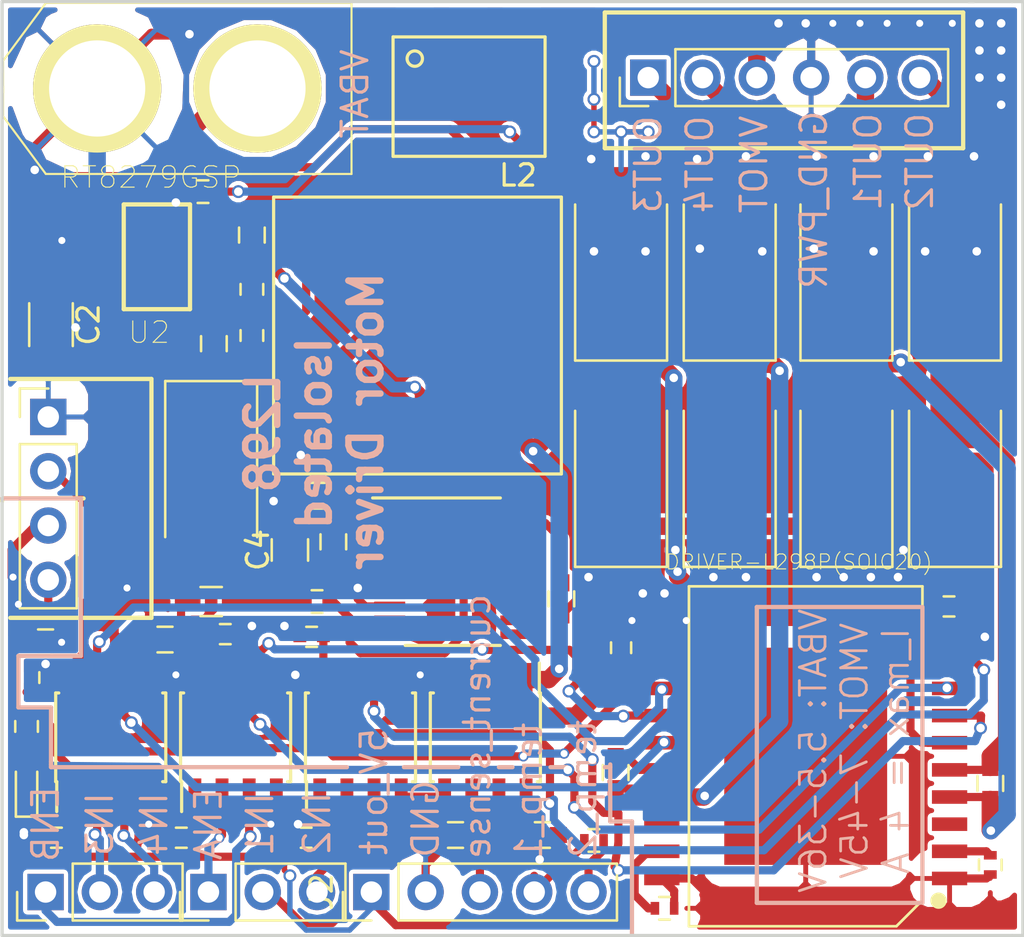
<source format=kicad_pcb>
(kicad_pcb (version 4) (host pcbnew 4.0.7)
  (layers (0 F.Cu signal hide) (31 B.Cu signal) (34 B.Paste user hide) (35 F.Paste user hide) (36 B.SilkS user) (37 F.SilkS user hide) (38 B.Mask user hide) (39 F.Mask user hide) (44 Edge.Cuts user))
  (net 0 "")
  (net 1 GND)
  (net 2 "Net-(C1-Pad1)")
  (net 3 "Net-(C2-Pad1)")
  (net 4 /1-)
  (net 5 /1+)
  (net 6 "Net-(C4-Pad1)")
  (net 7 "Net-(C5-Pad2)")
  (net 8 "Net-(C5-Pad1)")
  (net 9 /+5V)
  (net 10 GNDA)
  (net 11 /5V)
  (net 12 /VMOT)
  (net 13 "Net-(C14-Pad1)")
  (net 14 /2+)
  (net 15 /2-)
  (net 16 "Net-(C20-Pad1)")
  (net 17 "Net-(D7-Pad2)")
  (net 18 /VMOT_IN)
  (net 19 "Net-(J4-Pad1)")
  (net 20 "Net-(J4-Pad2)")
  (net 21 "Net-(J4-Pad3)")
  (net 22 "Net-(J5-Pad1)")
  (net 23 "Net-(J5-Pad2)")
  (net 24 "Net-(J5-Pad3)")
  (net 25 /CURRENT_SENSE)
  (net 26 "Net-(R1-Pad2)")
  (net 27 "Net-(R2-Pad2)")
  (net 28 "Net-(R5-Pad2)")
  (net 29 "Net-(R6-Pad1)")
  (net 30 "Net-(U3-PadP$7)")
  (net 31 "Net-(U3-PadP$8)")
  (net 32 "Net-(U3-PadP$9)")
  (net 33 "Net-(U3-PadP$13)")
  (net 34 "Net-(U3-PadP$14)")
  (net 35 "Net-(U3-PadP$15)")
  (net 36 "Net-(J2-Pad4)")
  (net 37 "Net-(J2-Pad5)")
  (net 38 "Net-(S1-Pad5)")
  (module Capacitors_SMD:C_0603 (layer F.Cu) (at 172.72 83.185 90)
    (fp_text reference C1 hide)
    (fp_text value .033u)
    (pad 2 smd rect (at 0.75 0 90) (size 0.8 0.75) (layers F.Cu F.Paste F.Mask) (net 1 GND))
    (pad 1 smd rect (at -0.75 0 90) (size 0.8 0.75) (layers F.Cu F.Paste F.Mask) (net 2 "Net-(C1-Pad1)"))
  )
  (module Capacitors_SMD:C_0603 (layer F.Cu) (at 203.454 94.488 90)
    (fp_text reference C3 hide)
    (fp_text value 1u)
    (pad 2 smd rect (at 0.75 0 90) (size 0.8 0.75) (layers F.Cu F.Paste F.Mask) (net 4 /1-))
    (pad 1 smd rect (at -0.75 0 90) (size 0.8 0.75) (layers F.Cu F.Paste F.Mask) (net 5 /1+))
  )
  (module Capacitors_SMD:C_0603 (layer F.Cu) (at 167.132 73.914 90)
    (fp_text reference C5 hide)
    (fp_text value 10n)
    (pad 2 smd rect (at 0.75 0 90) (size 0.8 0.75) (layers F.Cu F.Paste F.Mask) (net 7 "Net-(C5-Pad2)"))
    (pad 1 smd rect (at -0.75 0 90) (size 0.8 0.75) (layers F.Cu F.Paste F.Mask) (net 8 "Net-(C5-Pad1)"))
  )
  (module Capacitors_SMD:C_0402 (layer F.Cu) (at 159.766 97.028 180)
    (fp_text reference C6 hide)
    (fp_text value .1u)
    (pad 1 smd rect (at -0.55 0 180) (size 0.6 0.5) (layers F.Cu F.Paste F.Mask) (net 11 /5V))
    (pad 2 smd rect (at 0.55 0 180) (size 0.6 0.5) (layers F.Cu F.Paste F.Mask) (net 10 GNDA))
  )
  (module Capacitors_SMD:C_0402 (layer F.Cu) (at 165.608 97.028 180)
    (fp_text reference C7 hide)
    (fp_text value .1u)
    (pad 1 smd rect (at -0.55 0 180) (size 0.6 0.5) (layers F.Cu F.Paste F.Mask) (net 11 /5V))
    (pad 2 smd rect (at 0.55 0 180) (size 0.6 0.5) (layers F.Cu F.Paste F.Mask) (net 10 GNDA))
  )
  (module Capacitors_SMD:C_0402 (layer F.Cu) (at 171.45 97.028 180)
    (fp_text reference C8 hide)
    (fp_text value .1u)
    (pad 1 smd rect (at -0.55 0 180) (size 0.6 0.5) (layers F.Cu F.Paste F.Mask) (net 11 /5V))
    (pad 2 smd rect (at 0.55 0 180) (size 0.6 0.5) (layers F.Cu F.Paste F.Mask) (net 10 GNDA))
  )
  (module Capacitors_SMD:C_0402 (layer F.Cu) (at 171.704 87.63 180)
    (fp_text reference C9 hide)
    (fp_text value .1u)
    (pad 1 smd rect (at -0.55 0 180) (size 0.6 0.5) (layers F.Cu F.Paste F.Mask) (net 9 /+5V))
    (pad 2 smd rect (at 0.55 0 180) (size 0.6 0.5) (layers F.Cu F.Paste F.Mask) (net 1 GND))
  )
  (module Capacitors_SMD:C_0402 (layer F.Cu) (at 167.6654 87.503)
    (fp_text reference C10 hide)
    (fp_text value .1u)
    (pad 1 smd rect (at -0.55 0) (size 0.6 0.5) (layers F.Cu F.Paste F.Mask) (net 9 /+5V))
    (pad 2 smd rect (at 0.55 0) (size 0.6 0.5) (layers F.Cu F.Paste F.Mask) (net 1 GND))
  )
  (module Capacitors_SMD:C_0402 (layer F.Cu) (at 158.496 89.535 90)
    (fp_text reference C11 hide)
    (fp_text value .1u)
    (pad 1 smd rect (at -0.55 0 90) (size 0.6 0.5) (layers F.Cu F.Paste F.Mask) (net 9 /+5V))
    (pad 2 smd rect (at 0.55 0 90) (size 0.6 0.5) (layers F.Cu F.Paste F.Mask) (net 1 GND))
  )
  (module Capacitors_SMD:C_0603 (layer F.Cu) (at 183.388 85.852 270)
    (fp_text reference C12 hide)
    (fp_text value 22u)
    (pad 2 smd rect (at 0.75 0 270) (size 0.8 0.75) (layers F.Cu F.Paste F.Mask) (net 1 GND))
    (pad 1 smd rect (at -0.75 0 270) (size 0.8 0.75) (layers F.Cu F.Paste F.Mask) (net 18 /VMOT_IN))
  )
  (module Capacitors_SMD:C_0402 (layer F.Cu) (at 201.5236 86.2076 180)
    (fp_text reference C13 hide)
    (fp_text value .1u)
    (pad 1 smd rect (at -0.55 0 180) (size 0.6 0.5) (layers F.Cu F.Paste F.Mask) (net 12 /VMOT))
    (pad 2 smd rect (at 0.55 0 180) (size 0.6 0.5) (layers F.Cu F.Paste F.Mask) (net 1 GND))
  )
  (module Capacitors_SMD:C_0603 (layer F.Cu) (at 168.91 68.834 270)
    (fp_text reference C14 hide)
    (fp_text value 82p)
    (pad 2 smd rect (at 0.75 0 270) (size 0.8 0.75) (layers F.Cu F.Paste F.Mask) (net 18 /VMOT_IN))
    (pad 1 smd rect (at -0.75 0 270) (size 0.8 0.75) (layers F.Cu F.Paste F.Mask) (net 13 "Net-(C14-Pad1)"))
  )
  (module Capacitors_SMD:C_0603 (layer F.Cu) (at 171.958 81.026 180)
    (fp_text reference C15 hide)
    (fp_text value 22u)
    (pad 2 smd rect (at 0.75 0 180) (size 0.8 0.75) (layers F.Cu F.Paste F.Mask) (net 1 GND))
    (pad 1 smd rect (at -0.75 0 180) (size 0.8 0.75) (layers F.Cu F.Paste F.Mask) (net 18 /VMOT_IN))
  )
  (module Capacitors_SMD:C_0603 (layer F.Cu) (at 164.846 87.757 180)
    (fp_text reference C16 hide)
    (fp_text value .1u)
    (pad 2 smd rect (at 0.75 0 180) (size 0.8 0.75) (layers F.Cu F.Paste F.Mask) (net 1 GND))
    (pad 1 smd rect (at -0.75 0 180) (size 0.8 0.75) (layers F.Cu F.Paste F.Mask) (net 9 /+5V))
  )
  (module Capacitors_SMD:C_0402 (layer F.Cu) (at 186.182 88.138 90)
    (fp_text reference C17 hide)
    (fp_text value .1u)
    (pad 1 smd rect (at -0.55 0 90) (size 0.6 0.5) (layers F.Cu F.Paste F.Mask) (net 9 /+5V))
    (pad 2 smd rect (at 0.55 0 90) (size 0.6 0.5) (layers F.Cu F.Paste F.Mask) (net 1 GND))
  )
  (module Capacitors_SMD:C_0603 (layer F.Cu) (at 159.258 87.884)
    (fp_text reference C18 hide)
    (fp_text value 1u)
    (pad 2 smd rect (at 0.75 0) (size 0.8 0.75) (layers F.Cu F.Paste F.Mask) (net 10 GNDA))
    (pad 1 smd rect (at -0.75 0) (size 0.8 0.75) (layers F.Cu F.Paste F.Mask) (net 11 /5V))
  )
  (module Capacitors_SMD:C_0603 (layer F.Cu) (at 185.928 93.98 90)
    (fp_text reference C19 hide)
    (fp_text value 1u)
    (pad 2 smd rect (at 0.75 0 90) (size 0.8 0.75) (layers F.Cu F.Paste F.Mask) (net 14 /2+))
    (pad 1 smd rect (at -0.75 0 90) (size 0.8 0.75) (layers F.Cu F.Paste F.Mask) (net 15 /2-))
  )
  (module Capacitors_SMD:C_0603 (layer F.Cu) (at 178.435 96.901 180)
    (fp_text reference C20 hide)
    (fp_text value 1n)
    (pad 2 smd rect (at 0.75 0 180) (size 0.8 0.75) (layers F.Cu F.Paste F.Mask) (net 10 GNDA))
    (pad 1 smd rect (at -0.75 0 180) (size 0.8 0.75) (layers F.Cu F.Paste F.Mask) (net 16 "Net-(C20-Pad1)"))
  )
  (module Capacitors_SMD:C_0603 (layer F.Cu) (at 182.499 96.901)
    (fp_text reference C21 hide)
    (fp_text value .1u)
    (pad 2 smd rect (at 0.75 0) (size 0.8 0.75) (layers F.Cu F.Paste F.Mask) (net 10 GNDA))
    (pad 1 smd rect (at -0.75 0) (size 0.8 0.75) (layers F.Cu F.Paste F.Mask) (net 11 /5V))
  )
  (module Diodes_SMD:D_SMB_Handsoldering (layer F.Cu) (at 196.723 79.756 90)
    (fp_text reference D1 hide)
    (fp_text value D)
    (pad 1 smd rect (at -2.7 0 90) (size 3.5 2.3) (layers F.Cu F.Paste F.Mask) (net 12 /VMOT))
    (pad 2 smd rect (at 2.7 0 90) (size 3.5 2.3) (layers F.Cu F.Paste F.Mask) (net 5 /1+))
  )
  (module Diodes_SMD:D_SMB_Handsoldering (layer F.Cu) (at 196.723 70.104 90)
    (fp_text reference D2 hide)
    (fp_text value D)
    (pad 1 smd rect (at -2.7 0 90) (size 3.5 2.3) (layers F.Cu F.Paste F.Mask) (net 5 /1+))
    (pad 2 smd rect (at 2.7 0 90) (size 3.5 2.3) (layers F.Cu F.Paste F.Mask) (net 1 GND))
  )
  (module Diodes_SMD:D_SMB_Handsoldering (layer F.Cu) (at 201.803 79.756 90)
    (fp_text reference D3 hide)
    (fp_text value D)
    (pad 1 smd rect (at -2.7 0 90) (size 3.5 2.3) (layers F.Cu F.Paste F.Mask) (net 12 /VMOT))
    (pad 2 smd rect (at 2.7 0 90) (size 3.5 2.3) (layers F.Cu F.Paste F.Mask) (net 4 /1-))
  )
  (module Diodes_SMD:D_SMB_Handsoldering (layer F.Cu) (at 201.803 70.104 90)
    (fp_text reference D4 hide)
    (fp_text value D)
    (pad 1 smd rect (at -2.7 0 90) (size 3.5 2.3) (layers F.Cu F.Paste F.Mask) (net 4 /1-))
    (pad 2 smd rect (at 2.7 0 90) (size 3.5 2.3) (layers F.Cu F.Paste F.Mask) (net 1 GND))
  )
  (module Diodes_SMD:D_SMB_Handsoldering (layer F.Cu) (at 167.005 80.264 270)
    (fp_text reference D6 hide)
    (fp_text value B550A)
    (pad 1 smd rect (at -2.7 0 270) (size 3.5 2.3) (layers F.Cu F.Paste F.Mask) (net 8 "Net-(C5-Pad1)"))
    (pad 2 smd rect (at 2.7 0 270) (size 3.5 2.3) (layers F.Cu F.Paste F.Mask) (net 1 GND))
  )
  (module LEDs:LED_0603 (layer F.Cu) (at 158.369 94.742 90)
    (fp_text reference D7 hide)
    (fp_text value LED)
    (pad 2 smd rect (at 0.8 0 270) (size 0.8 0.8) (layers F.Cu F.Paste F.Mask) (net 17 "Net-(D7-Pad2)"))
    (pad 1 smd rect (at -0.8 0 270) (size 0.8 0.8) (layers F.Cu F.Paste F.Mask) (net 10 GNDA))
  )
  (module Diodes_SMD:D_SMB_Handsoldering (layer F.Cu) (at 191.262 79.756 90)
    (fp_text reference D8 hide)
    (fp_text value D)
    (pad 1 smd rect (at -2.7 0 90) (size 3.5 2.3) (layers F.Cu F.Paste F.Mask) (net 12 /VMOT))
    (pad 2 smd rect (at 2.7 0 90) (size 3.5 2.3) (layers F.Cu F.Paste F.Mask) (net 15 /2-))
  )
  (module Diodes_SMD:D_SMB_Handsoldering (layer F.Cu) (at 191.262 70.104 90)
    (fp_text reference D9 hide)
    (fp_text value D)
    (pad 1 smd rect (at -2.7 0 90) (size 3.5 2.3) (layers F.Cu F.Paste F.Mask) (net 15 /2-))
    (pad 2 smd rect (at 2.7 0 90) (size 3.5 2.3) (layers F.Cu F.Paste F.Mask) (net 1 GND))
  )
  (module Diodes_SMD:D_SMB_Handsoldering (layer F.Cu) (at 186.182 79.756 90)
    (fp_text reference D10 hide)
    (fp_text value D)
    (pad 1 smd rect (at -2.7 0 90) (size 3.5 2.3) (layers F.Cu F.Paste F.Mask) (net 12 /VMOT))
    (pad 2 smd rect (at 2.7 0 90) (size 3.5 2.3) (layers F.Cu F.Paste F.Mask) (net 14 /2+))
  )
  (module Diodes_SMD:D_SMB_Handsoldering (layer F.Cu) (at 186.182 70.104 90)
    (fp_text reference D11 hide)
    (fp_text value D)
    (pad 1 smd rect (at -2.7 0 90) (size 3.5 2.3) (layers F.Cu F.Paste F.Mask) (net 14 /2+))
    (pad 2 smd rect (at 2.7 0 90) (size 3.5 2.3) (layers F.Cu F.Paste F.Mask) (net 1 GND))
  )
  (module Pin_Headers:Pin_Header_Straight_1x06_Pitch2.54mm (layer F.Cu) (at 187.452 61.468 90)
    (fp_text reference J1 hide)
    (fp_text value Screw_Terminal_1x06)
    (pad 1 thru_hole rect (at 0 0 90) (size 1.7 1.7) (drill 1) (layers *.Cu *.Mask) (net 14 /2+))
    (pad 2 thru_hole oval (at 0 2.54 90) (size 1.7 1.7) (drill 1) (layers *.Cu *.Mask) (net 15 /2-))
    (pad 3 thru_hole oval (at 0 5.08 90) (size 1.7 1.7) (drill 1) (layers *.Cu *.Mask) (net 18 /VMOT_IN))
    (pad 4 thru_hole oval (at 0 7.62 90) (size 1.7 1.7) (drill 1) (layers *.Cu *.Mask) (net 1 GND))
    (pad 5 thru_hole oval (at 0 10.16 90) (size 1.7 1.7) (drill 1) (layers *.Cu *.Mask) (net 5 /1+))
    (pad 6 thru_hole oval (at 0 12.7 90) (size 1.7 1.7) (drill 1) (layers *.Cu *.Mask) (net 4 /1-))
  )
  (module xt60:XT60 (layer F.Cu) (at 161.671 61.976)
    (fp_text reference J3 hide)
    (fp_text value VBAT)
    (pad 1 thru_hole circle (at 0 0) (size 6 6) (drill 4.5) (layers *.Cu *.Mask F.SilkS) (net 1 GND))
    (pad 2 thru_hole circle (at 7.5 0) (size 6 6) (drill 4.5) (layers *.Cu *.Mask F.SilkS) (net 3 "Net-(C2-Pad1)"))
  )
  (module Pin_Headers:Pin_Header_Straight_1x03_Pitch2.54mm (layer F.Cu) (at 166.878 99.568 90)
    (fp_text reference J4 hide)
    (fp_text value "ENA / IN1 / IN2")
    (pad 1 thru_hole rect (at 0 0 90) (size 1.7 1.7) (drill 1) (layers *.Cu *.Mask) (net 19 "Net-(J4-Pad1)"))
    (pad 2 thru_hole oval (at 0 2.54 90) (size 1.7 1.7) (drill 1) (layers *.Cu *.Mask) (net 20 "Net-(J4-Pad2)"))
    (pad 3 thru_hole oval (at 0 5.08 90) (size 1.7 1.7) (drill 1) (layers *.Cu *.Mask) (net 21 "Net-(J4-Pad3)"))
  )
  (module Pin_Headers:Pin_Header_Straight_1x03_Pitch2.54mm (layer F.Cu) (at 159.258 99.568 90)
    (fp_text reference J5 hide)
    (fp_text value "ENB / IN3 / IN4")
    (pad 1 thru_hole rect (at 0 0 90) (size 1.7 1.7) (drill 1) (layers *.Cu *.Mask) (net 22 "Net-(J5-Pad1)"))
    (pad 2 thru_hole oval (at 0 2.54 90) (size 1.7 1.7) (drill 1) (layers *.Cu *.Mask) (net 23 "Net-(J5-Pad2)"))
    (pad 3 thru_hole oval (at 0 5.08 90) (size 1.7 1.7) (drill 1) (layers *.Cu *.Mask) (net 24 "Net-(J5-Pad3)"))
  )
  (module Inductors_SMD:L_0603_HandSoldering (layer F.Cu) (at 167.005 85.979 180)
    (fp_text reference L1 hide)
    (fp_text value 535-12531-1-ND)
    (pad 1 smd rect (at -1.1 0 180) (size 1.2 0.9) (layers F.Cu F.Paste F.Mask) (net 6 "Net-(C4-Pad1)"))
    (pad 2 smd rect (at 1.1 0 180) (size 1.2 0.9) (layers F.Cu F.Paste F.Mask) (net 9 /+5V))
  )
  (module Resistors_SMD:R_0402 (layer F.Cu) (at 171.958 85.979)
    (fp_text reference R1 hide)
    (fp_text value R)
    (pad 1 smd rect (at -0.45 0) (size 0.4 0.6) (layers F.Cu F.Paste F.Mask) (net 6 "Net-(C4-Pad1)"))
    (pad 2 smd rect (at 0.45 0) (size 0.4 0.6) (layers F.Cu F.Paste F.Mask) (net 26 "Net-(R1-Pad2)"))
  )
  (module Resistors_SMD:R_0402 (layer F.Cu) (at 203.454 98.298 90)
    (fp_text reference R2 hide)
    (fp_text value R)
    (pad 1 smd rect (at -0.45 0 90) (size 0.4 0.6) (layers F.Cu F.Paste F.Mask) (net 1 GND))
    (pad 2 smd rect (at 0.45 0 90) (size 0.4 0.6) (layers F.Cu F.Paste F.Mask) (net 27 "Net-(R2-Pad2)"))
  )
  (module Resistors_SMD:R_0402 (layer F.Cu) (at 168.91 71.374 90)
    (fp_text reference R3 hide)
    (fp_text value R)
    (pad 1 smd rect (at -0.45 0 90) (size 0.4 0.6) (layers F.Cu F.Paste F.Mask) (net 13 "Net-(C14-Pad1)"))
    (pad 2 smd rect (at 0.45 0 90) (size 0.4 0.6) (layers F.Cu F.Paste F.Mask) (net 18 /VMOT_IN))
  )
  (module Resistors_SMD:R_0402 (layer F.Cu) (at 168.91 73.533 90)
    (fp_text reference R4 hide)
    (fp_text value R)
    (pad 1 smd rect (at -0.45 0 90) (size 0.4 0.6) (layers F.Cu F.Paste F.Mask) (net 1 GND))
    (pad 2 smd rect (at 0.45 0 90) (size 0.4 0.6) (layers F.Cu F.Paste F.Mask) (net 13 "Net-(C14-Pad1)"))
  )
  (module Resistors_SMD:R_0402 (layer F.Cu) (at 188.214 100.33 180)
    (fp_text reference R5 hide)
    (fp_text value R)
    (pad 1 smd rect (at -0.45 0 180) (size 0.4 0.6) (layers F.Cu F.Paste F.Mask) (net 1 GND))
    (pad 2 smd rect (at 0.45 0 180) (size 0.4 0.6) (layers F.Cu F.Paste F.Mask) (net 28 "Net-(R5-Pad2)"))
  )
  (module Resistors_SMD:R_0402 (layer F.Cu) (at 166.624 66.802 180)
    (fp_text reference R6 hide)
    (fp_text value 47k)
    (pad 1 smd rect (at -0.45 0 180) (size 0.4 0.6) (layers F.Cu F.Paste F.Mask) (net 29 "Net-(R6-Pad1)"))
    (pad 2 smd rect (at 0.45 0 180) (size 0.4 0.6) (layers F.Cu F.Paste F.Mask) (net 1 GND))
  )
  (module Resistors_SMD:R_0402 (layer F.Cu) (at 158.369 91.821 270)
    (fp_text reference R7 hide)
    (fp_text value 1k)
    (pad 1 smd rect (at -0.45 0 270) (size 0.4 0.6) (layers F.Cu F.Paste F.Mask) (net 11 /5V))
    (pad 2 smd rect (at 0.45 0 270) (size 0.4 0.6) (layers F.Cu F.Paste F.Mask) (net 17 "Net-(D7-Pad2)"))
  )
  (module Housings_SSOP:TSSOP-20_4.4x6.5mm_Pitch0.65mm (layer F.Cu) (at 178.308 84.582)
    (fp_text reference U1 hide)
    (fp_text value TLE4275)
    (pad 1 smd rect (at -2.95 -2.925) (size 1.45 0.45) (layers F.Cu F.Paste F.Mask) (net 26 "Net-(R1-Pad2)"))
    (pad 2 smd rect (at -2.95 -2.275) (size 1.45 0.45) (layers F.Cu F.Paste F.Mask))
    (pad 3 smd rect (at -2.95 -1.625) (size 1.45 0.45) (layers F.Cu F.Paste F.Mask) (net 2 "Net-(C1-Pad1)"))
    (pad 4 smd rect (at -2.95 -0.975) (size 1.45 0.45) (layers F.Cu F.Paste F.Mask) (net 6 "Net-(C4-Pad1)"))
    (pad 5 smd rect (at -2.95 -0.325) (size 1.45 0.45) (layers F.Cu F.Paste F.Mask))
    (pad 6 smd rect (at -2.95 0.325) (size 1.45 0.45) (layers F.Cu F.Paste F.Mask))
    (pad 7 smd rect (at -2.95 0.975) (size 1.45 0.45) (layers F.Cu F.Paste F.Mask))
    (pad 8 smd rect (at -2.95 1.625) (size 1.45 0.45) (layers F.Cu F.Paste F.Mask) (net 1 GND))
    (pad 9 smd rect (at -2.95 2.275) (size 1.45 0.45) (layers F.Cu F.Paste F.Mask))
    (pad 10 smd rect (at -2.95 2.925) (size 1.45 0.45) (layers F.Cu F.Paste F.Mask))
    (pad 11 smd rect (at 2.95 2.925) (size 1.45 0.45) (layers F.Cu F.Paste F.Mask))
    (pad 12 smd rect (at 2.95 2.275) (size 1.45 0.45) (layers F.Cu F.Paste F.Mask))
    (pad 13 smd rect (at 2.95 1.625) (size 1.45 0.45) (layers F.Cu F.Paste F.Mask))
    (pad 14 smd rect (at 2.95 0.975) (size 1.45 0.45) (layers F.Cu F.Paste F.Mask))
    (pad 15 smd rect (at 2.95 0.325) (size 1.45 0.45) (layers F.Cu F.Paste F.Mask))
    (pad 16 smd rect (at 2.95 -0.325) (size 1.45 0.45) (layers F.Cu F.Paste F.Mask))
    (pad 17 smd rect (at 2.95 -0.975) (size 1.45 0.45) (layers F.Cu F.Paste F.Mask))
    (pad 18 smd rect (at 2.95 -1.625) (size 1.45 0.45) (layers F.Cu F.Paste F.Mask))
    (pad 19 smd rect (at 2.95 -2.275) (size 1.45 0.45) (layers F.Cu F.Paste F.Mask) (net 18 /VMOT_IN))
    (pad 20 smd rect (at 2.95 -2.925) (size 1.45 0.45) (layers F.Cu F.Paste F.Mask))
  )
  (module RT8279GSP:SOIC127P600X175-9N (layer F.Cu) (at 164.465 69.85 180)
    (fp_text reference U2 (at 0.365415 -3.53915 180) (layer F.SilkS) (effects (font (size 1.00117 1.00117) (thickness 0.05))))
    (fp_text value RT8279GSP (at 0.275264 3.71856 180) (layer F.SilkS) (effects (font (size 1.00096 1.00096) (thickness 0.05))))
    (pad 1 smd rect (at -2.7 -1.905 180) (size 1.55 0.6) (layers F.Cu F.Paste F.Mask) (net 7 "Net-(C5-Pad2)"))
    (pad 2 smd rect (at -2.7 -0.635 180) (size 1.55 0.6) (layers F.Cu F.Paste F.Mask))
    (pad 3 smd rect (at -2.7 0.635 180) (size 1.55 0.6) (layers F.Cu F.Paste F.Mask))
    (pad 4 smd rect (at -2.7 1.905 180) (size 1.55 0.6) (layers F.Cu F.Paste F.Mask) (net 13 "Net-(C14-Pad1)"))
    (pad 5 smd rect (at 2.7 1.905) (size 1.55 0.6) (layers F.Cu F.Paste F.Mask) (net 38 "Net-(S1-Pad5)"))
    (pad 6 smd rect (at 2.7 0.635) (size 1.55 0.6) (layers F.Cu F.Paste F.Mask) (net 1 GND))
    (pad 7 smd rect (at 2.7 -0.635) (size 1.55 0.6) (layers F.Cu F.Paste F.Mask) (net 3 "Net-(C2-Pad1)"))
    (pad 8 smd rect (at 2.7 -1.905) (size 1.55 0.6) (layers F.Cu F.Paste F.Mask) (net 8 "Net-(C5-Pad1)"))
    (pad 9 smd rect (at 0 0 180) (size 2.3 2.3) (layers F.Cu F.Paste F.Mask) (net 1 GND))
  )
  (module DRIVER-L298P_SOIC20_:SOIC20G-1.27-16X11MM (layer F.Cu) (at 194.818 93.218 180)
    (fp_text reference U3 hide)
    (fp_text value "DRIVER-L298P(SOIC20)" (at 0.317818 9.08959 180) (layer F.SilkS) (effects (font (size 0.700701 0.700701) (thickness 0.05))))
    (pad P$1 smd rect (at -6.731 -5.715 180) (size 1.651 0.635) (layers F.Cu F.Paste F.Mask) (net 1 GND))
    (pad P$2 smd rect (at -6.731 -4.445 180) (size 1.651 0.635) (layers F.Cu F.Paste F.Mask) (net 27 "Net-(R2-Pad2)"))
    (pad P$3 smd rect (at -6.731 -3.175 180) (size 1.651 0.635) (layers F.Cu F.Paste F.Mask))
    (pad P$4 smd rect (at -6.731 -1.905 180) (size 1.651 0.635) (layers F.Cu F.Paste F.Mask) (net 5 /1+))
    (pad P$5 smd rect (at -6.731 -0.635 180) (size 1.651 0.635) (layers F.Cu F.Paste F.Mask) (net 4 /1-))
    (pad P$6 smd rect (at -6.731 0.635 180) (size 1.651 0.635) (layers F.Cu F.Paste F.Mask) (net 12 /VMOT))
    (pad P$7 smd rect (at -6.731 1.905 180) (size 1.651 0.635) (layers F.Cu F.Paste F.Mask) (net 30 "Net-(U3-PadP$7)"))
    (pad P$8 smd rect (at -6.731 3.175 180) (size 1.651 0.635) (layers F.Cu F.Paste F.Mask) (net 31 "Net-(U3-PadP$8)"))
    (pad P$9 smd rect (at -6.731 4.445 180) (size 1.651 0.635) (layers F.Cu F.Paste F.Mask) (net 32 "Net-(U3-PadP$9)"))
    (pad P$10 smd rect (at -6.731 5.715 180) (size 1.651 0.635) (layers F.Cu F.Paste F.Mask) (net 1 GND))
    (pad P$11 smd rect (at 6.731 5.715 180) (size 1.651 0.635) (layers F.Cu F.Paste F.Mask) (net 1 GND))
    (pad P$12 smd rect (at 6.731 4.445 180) (size 1.651 0.635) (layers F.Cu F.Paste F.Mask) (net 9 /+5V))
    (pad P$13 smd rect (at 6.731 3.175 180) (size 1.651 0.635) (layers F.Cu F.Paste F.Mask) (net 33 "Net-(U3-PadP$13)"))
    (pad P$14 smd rect (at 6.731 1.905 180) (size 1.651 0.635) (layers F.Cu F.Paste F.Mask) (net 34 "Net-(U3-PadP$14)"))
    (pad P$15 smd rect (at 6.731 0.635 180) (size 1.651 0.635) (layers F.Cu F.Paste F.Mask) (net 35 "Net-(U3-PadP$15)"))
    (pad P$16 smd rect (at 6.731 -0.635 180) (size 1.651 0.635) (layers F.Cu F.Paste F.Mask) (net 14 /2+))
    (pad P$17 smd rect (at 6.731 -1.905 180) (size 1.651 0.635) (layers F.Cu F.Paste F.Mask) (net 15 /2-))
    (pad P$18 smd rect (at 6.731 -3.175 180) (size 1.651 0.635) (layers F.Cu F.Paste F.Mask))
    (pad P$19 smd rect (at 6.731 -4.445 180) (size 1.651 0.635) (layers F.Cu F.Paste F.Mask) (net 28 "Net-(R5-Pad2)"))
    (pad P$20 smd rect (at 6.731 -5.715 180) (size 1.651 0.635) (layers F.Cu F.Paste F.Mask) (net 1 GND))
    (pad THER smd rect (at 0 0 270) (size 10.16 7.62) (layers F.Cu F.Paste F.Mask) (net 1 GND))
  )
  (module Housings_SOIC:SOIC-8_3.9x4.9mm_Pitch1.27mm (layer F.Cu) (at 173.99 92.329 90)
    (fp_text reference U4 hide)
    (fp_text value ISO7420EDR)
    (pad 1 smd rect (at -2.7 -1.905 90) (size 1.55 0.6) (layers F.Cu F.Paste F.Mask) (net 11 /5V))
    (pad 2 smd rect (at -2.7 -0.635 90) (size 1.55 0.6) (layers F.Cu F.Paste F.Mask) (net 21 "Net-(J4-Pad3)"))
    (pad 3 smd rect (at -2.7 0.635 90) (size 1.55 0.6) (layers F.Cu F.Paste F.Mask) (net 20 "Net-(J4-Pad2)"))
    (pad 4 smd rect (at -2.7 1.905 90) (size 1.55 0.6) (layers F.Cu F.Paste F.Mask) (net 10 GNDA))
    (pad 5 smd rect (at 2.7 1.905 90) (size 1.55 0.6) (layers F.Cu F.Paste F.Mask) (net 1 GND))
    (pad 6 smd rect (at 2.7 0.635 90) (size 1.55 0.6) (layers F.Cu F.Paste F.Mask) (net 30 "Net-(U3-PadP$7)"))
    (pad 7 smd rect (at 2.7 -0.635 90) (size 1.55 0.6) (layers F.Cu F.Paste F.Mask) (net 32 "Net-(U3-PadP$9)"))
    (pad 8 smd rect (at 2.7 -1.905 90) (size 1.55 0.6) (layers F.Cu F.Paste F.Mask) (net 9 /+5V))
  )
  (module Housings_SOIC:SOIC-8_3.9x4.9mm_Pitch1.27mm (layer F.Cu) (at 168.148 92.329 90)
    (fp_text reference U5 hide)
    (fp_text value ISO7420EDR)
    (pad 1 smd rect (at -2.7 -1.905 90) (size 1.55 0.6) (layers F.Cu F.Paste F.Mask) (net 11 /5V))
    (pad 2 smd rect (at -2.7 -0.635 90) (size 1.55 0.6) (layers F.Cu F.Paste F.Mask) (net 19 "Net-(J4-Pad1)"))
    (pad 3 smd rect (at -2.7 0.635 90) (size 1.55 0.6) (layers F.Cu F.Paste F.Mask) (net 22 "Net-(J5-Pad1)"))
    (pad 4 smd rect (at -2.7 1.905 90) (size 1.55 0.6) (layers F.Cu F.Paste F.Mask) (net 10 GNDA))
    (pad 5 smd rect (at 2.7 1.905 90) (size 1.55 0.6) (layers F.Cu F.Paste F.Mask) (net 1 GND))
    (pad 6 smd rect (at 2.7 0.635 90) (size 1.55 0.6) (layers F.Cu F.Paste F.Mask) (net 31 "Net-(U3-PadP$8)"))
    (pad 7 smd rect (at 2.7 -0.635 90) (size 1.55 0.6) (layers F.Cu F.Paste F.Mask) (net 34 "Net-(U3-PadP$14)"))
    (pad 8 smd rect (at 2.7 -1.905 90) (size 1.55 0.6) (layers F.Cu F.Paste F.Mask) (net 9 /+5V))
  )
  (module Housings_SOIC:SOIC-8_3.9x4.9mm_Pitch1.27mm (layer F.Cu) (at 162.306 92.329 90)
    (fp_text reference U6 hide)
    (fp_text value ISO7420EDR)
    (pad 1 smd rect (at -2.7 -1.905 90) (size 1.55 0.6) (layers F.Cu F.Paste F.Mask) (net 11 /5V))
    (pad 2 smd rect (at -2.7 -0.635 90) (size 1.55 0.6) (layers F.Cu F.Paste F.Mask) (net 23 "Net-(J5-Pad2)"))
    (pad 3 smd rect (at -2.7 0.635 90) (size 1.55 0.6) (layers F.Cu F.Paste F.Mask) (net 24 "Net-(J5-Pad3)"))
    (pad 4 smd rect (at -2.7 1.905 90) (size 1.55 0.6) (layers F.Cu F.Paste F.Mask) (net 10 GNDA))
    (pad 5 smd rect (at 2.7 1.905 90) (size 1.55 0.6) (layers F.Cu F.Paste F.Mask) (net 1 GND))
    (pad 6 smd rect (at 2.7 0.635 90) (size 1.55 0.6) (layers F.Cu F.Paste F.Mask) (net 35 "Net-(U3-PadP$15)"))
    (pad 7 smd rect (at 2.7 -0.635 90) (size 1.55 0.6) (layers F.Cu F.Paste F.Mask) (net 33 "Net-(U3-PadP$13)"))
    (pad 8 smd rect (at 2.7 -1.905 90) (size 1.55 0.6) (layers F.Cu F.Paste F.Mask) (net 9 /+5V))
  )
  (module Pin_Headers:Pin_Header_Straight_1x04_Pitch2.54mm (layer F.Cu) (at 159.385 77.343)
    (fp_text reference U7 hide)
    (fp_text value ROE-0505S)
    (pad 1 thru_hole rect (at 0 0) (size 1.7 1.7) (drill 1) (layers *.Cu *.Mask) (net 1 GND))
    (pad 2 thru_hole oval (at 0 2.54) (size 1.7 1.7) (drill 1) (layers *.Cu *.Mask) (net 9 /+5V))
    (pad 3 thru_hole oval (at 0 5.08) (size 1.7 1.7) (drill 1) (layers *.Cu *.Mask) (net 10 GNDA))
    (pad 4 thru_hole oval (at 0 7.62) (size 1.7 1.7) (drill 1) (layers *.Cu *.Mask) (net 11 /5V))
  )
  (module Housings_SOIC:SOIC-8_3.9x4.9mm_Pitch1.27mm (layer F.Cu) (at 179.832 92.329 270)
    (fp_text reference U8 hide)
    (fp_text value ACS712ELCTR-20A-T)
    (pad 1 smd rect (at -2.7 -1.905 270) (size 1.55 0.6) (layers F.Cu F.Paste F.Mask) (net 18 /VMOT_IN))
    (pad 2 smd rect (at -2.7 -0.635 270) (size 1.55 0.6) (layers F.Cu F.Paste F.Mask) (net 18 /VMOT_IN))
    (pad 3 smd rect (at -2.7 0.635 270) (size 1.55 0.6) (layers F.Cu F.Paste F.Mask) (net 12 /VMOT))
    (pad 4 smd rect (at -2.7 1.905 270) (size 1.55 0.6) (layers F.Cu F.Paste F.Mask) (net 12 /VMOT))
    (pad 5 smd rect (at 2.7 1.905 270) (size 1.55 0.6) (layers F.Cu F.Paste F.Mask) (net 10 GNDA))
    (pad 6 smd rect (at 2.7 0.635 270) (size 1.55 0.6) (layers F.Cu F.Paste F.Mask) (net 16 "Net-(C20-Pad1)"))
    (pad 7 smd rect (at 2.7 -0.635 270) (size 1.55 0.6) (layers F.Cu F.Paste F.Mask) (net 25 /CURRENT_SENSE))
    (pad 8 smd rect (at 2.7 -1.905 270) (size 1.55 0.6) (layers F.Cu F.Paste F.Mask) (net 11 /5V))
  )
  (module Pin_Headers:Pin_Header_Straight_1x05_Pitch2.54mm (layer F.Cu) (at 174.498 99.568 90)
    (fp_text reference J2 (at 0 -2.33 90) (layer F.SilkS))
    (fp_text value CONN_01X05)
    (pad 1 thru_hole rect (at 0 0 90) (size 1.7 1.7) (drill 1) (layers *.Cu *.Mask) (net 11 /5V))
    (pad 2 thru_hole oval (at 0 2.54 90) (size 1.7 1.7) (drill 1) (layers *.Cu *.Mask) (net 10 GNDA))
    (pad 3 thru_hole oval (at 0 5.08 90) (size 1.7 1.7) (drill 1) (layers *.Cu *.Mask) (net 25 /CURRENT_SENSE))
    (pad 4 thru_hole oval (at 0 7.62 90) (size 1.7 1.7) (drill 1) (layers *.Cu *.Mask) (net 36 "Net-(J2-Pad4)"))
    (pad 5 thru_hole oval (at 0 10.16 90) (size 1.7 1.7) (drill 1) (layers *.Cu *.Mask) (net 37 "Net-(J2-Pad5)"))
  )
  (module Resistors_SMD:R_0402 (layer F.Cu) (at 184.912 97.155 180)
    (fp_text reference TH1 hide)
    (fp_text value Thermistor_NTC)
    (pad 1 smd rect (at -0.45 0 180) (size 0.4 0.6) (layers F.Cu F.Paste F.Mask) (net 37 "Net-(J2-Pad5)"))
    (pad 2 smd rect (at 0.45 0 180) (size 0.4 0.6) (layers F.Cu F.Paste F.Mask) (net 36 "Net-(J2-Pad4)"))
  )
  (module DPDT:JS202011SCQN (layer F.Cu) (at 176.53 65.659)
    (fp_text reference S1 hide)
    (fp_text value DPDT)
    (pad 1 smd rect (at 0 -6.5) (size 1.2 1.5) (layers F.Cu F.Paste F.Mask))
    (pad 2 smd rect (at 2.5 -6.5) (size 1.2 1.5) (layers F.Cu F.Paste F.Mask))
    (pad 3 smd rect (at 5 -6.5) (size 1.2 1.5) (layers F.Cu F.Paste F.Mask))
    (pad 6 smd rect (at 5 0) (size 1.2 1.5) (layers F.Cu F.Paste F.Mask) (net 29 "Net-(R6-Pad1)"))
    (pad 5 smd rect (at 2.5 0) (size 1.2 1.5) (layers F.Cu F.Paste F.Mask) (net 38 "Net-(S1-Pad5)"))
    (pad 4 smd rect (at 0 0) (size 1.2 1.5) (layers F.Cu F.Paste F.Mask))
  )
  (module 48ASDP_DPDT:INDUCTOR_744770115 (layer F.Cu) (at 176.784 68.58 180)
    (fp_text reference L2 (at -4.572 2.54 180) (layer F.SilkS))
    (fp_text value L)
    (pad 1 smd rect (at 0 0 180) (size 5.4 2.9) (layers F.Cu F.Paste F.Mask) (net 8 "Net-(C5-Pad1)"))
    (pad 2 smd rect (at 0 -9.9 180) (size 5.4 2.9) (layers F.Cu F.Paste F.Mask) (net 18 /VMOT_IN))
  )
  (module Capacitors_SMD:C_1206 (layer F.Cu) (at 159.512 73.025 270)
    (fp_text reference C2 (at 0 -1.75 270) (layer F.SilkS))
    (fp_text value 4.7u)
    (pad 1 smd rect (at -1.5 0 270) (size 1 1.6) (layers F.Cu F.Paste F.Mask) (net 3 "Net-(C2-Pad1)"))
    (pad 2 smd rect (at 1.5 0 270) (size 1 1.6) (layers F.Cu F.Paste F.Mask) (net 1 GND))
  )
  (module Capacitors_SMD:C_0805 (layer F.Cu) (at 170.688 83.566 90)
    (fp_text reference C4 (at 0 -1.5 90) (layer F.SilkS))
    (fp_text value 10u)
    (pad 1 smd rect (at -1 0 90) (size 1 1.25) (layers F.Cu F.Paste F.Mask) (net 6 "Net-(C4-Pad1)"))
    (pad 2 smd rect (at 1 0 90) (size 1 1.25) (layers F.Cu F.Paste F.Mask) (net 1 GND))
  )
  (gr_line (start 159.512 93.726) (end 159.512 93.599) (angle 90) (layer B.SilkS) (width 0.2))
  (gr_line (start 173.355 93.726) (end 159.512 93.726) (angle 90) (layer B.SilkS) (width 0.2))
  (gr_line (start 178.562 93.726) (end 176.022 93.726) (angle 90) (layer B.SilkS) (width 0.2))
  (gr_line (start 181.102 93.726) (end 180.467 93.726) (angle 90) (layer B.SilkS) (width 0.2))
  (gr_line (start 183.642 93.726) (end 182.88 93.726) (angle 90) (layer B.SilkS) (width 0.2))
  (gr_line (start 185.674 93.726) (end 185.42 93.726) (angle 90) (layer B.SilkS) (width 0.2))
  (gr_text "L298\nIsolated\nMotor Driver \n" (at 171.831 78.105 90) (layer B.SilkS) (effects (font (size 1.5 1.5) (thickness 0.3)) (justify mirror)))
  (gr_line (start 192.532 86.233) (end 200.152 86.233) (angle 90) (layer B.SilkS) (width 0.2))
  (gr_line (start 200.279 86.233) (end 200.279 100.076) (angle 90) (layer B.SilkS) (width 0.2))
  (gr_line (start 200.152 100.076) (end 192.532 100.076) (angle 90) (layer B.SilkS) (width 0.2))
  (gr_line (start 192.532 100.076) (end 192.532 86.233) (angle 90) (layer B.SilkS) (width 0.2))
  (gr_line (start 159.512 93.599) (end 159.512 93.472) (angle 90) (layer B.SilkS) (width 0.2))
  (gr_line (start 185.674 96.266) (end 185.674 93.599) (angle 90) (layer B.SilkS) (width 0.2))
  (gr_line (start 186.69 96.266) (end 185.674 96.266) (angle 90) (layer B.SilkS) (width 0.2))
  (gr_line (start 186.69 96.393) (end 186.69 96.266) (angle 90) (layer B.SilkS) (width 0.2))
  (gr_line (start 159.512 90.932) (end 159.512 93.472) (angle 90) (layer B.SilkS) (width 0.2))
  (gr_line (start 157.988 90.932) (end 159.512 90.932) (angle 90) (layer B.SilkS) (width 0.2))
  (gr_line (start 157.988 88.519) (end 157.988 90.932) (angle 90) (layer B.SilkS) (width 0.2))
  (gr_line (start 160.909 88.519) (end 157.988 88.519) (angle 90) (layer B.SilkS) (width 0.2))
  (gr_line (start 157.226 81.153) (end 157.226 81.28) (angle 90) (layer F.SilkS) (width 0.2))
  (gr_line (start 161.036 81.153) (end 157.226 81.153) (angle 90) (layer F.SilkS) (width 0.2))
  (gr_line (start 186.69 96.266) (end 186.69 101.6) (angle 90) (layer B.SilkS) (width 0.2))
  (gr_line (start 160.909 88.519) (end 159.512 88.519) (angle 90) (layer B.SilkS) (width 0.2))
  (gr_line (start 160.909 81.153) (end 160.909 88.519) (angle 90) (layer B.SilkS) (width 0.2))
  (gr_line (start 157.226 81.153) (end 160.909 81.153) (angle 90) (layer B.SilkS) (width 0.2))
  (gr_text VBAT (at 173.736 62.23 90) (layer B.SilkS) (effects (font (size 1.2 1.2)) (justify mirror)))
  (gr_text VMOT (at 192.405 65.532 90) (layer B.SilkS) (effects (font (size 1.2 1.2)) (justify mirror)))
  (gr_text OUT3 (at 187.452 65.532 90) (layer B.SilkS) (effects (font (size 1.2 1.2)) (justify mirror)))
  (gr_text OUT4 (at 189.865 65.532 90) (layer B.SilkS) (effects (font (size 1.2 1.2)) (justify mirror)))
  (gr_text OUT2 (at 200.152 65.405 90) (layer B.SilkS) (effects (font (size 1.2 1.2)) (justify mirror)))
  (gr_text OUT1 (at 197.739 65.405 90) (layer B.SilkS) (effects (font (size 1.2 1.2)) (justify mirror)))
  (gr_text GND_PWR (at 195.199 67.183 90) (layer B.SilkS) (effects (font (size 1.2 1.2)) (justify mirror)))
  (gr_text temp_2 (at 184.404 94.742 90) (layer B.SilkS) (effects (font (size 1.2 1.2)) (justify mirror)))
  (gr_text GND (at 177.038 96.139 90) (layer B.SilkS) (effects (font (size 1.2 1.2)) (justify mirror)))
  (gr_text current_sense (at 179.451 91.821 90) (layer B.SilkS) (effects (font (size 1.2 1.2)) (justify mirror)))
  (gr_text temp_1 (at 181.864 94.869 90) (layer B.SilkS) (effects (font (size 1.2 1.2)) (justify mirror)))
  (gr_text 5V_out (at 174.625 94.869 90) (layer B.SilkS) (effects (font (size 1.2 1.2)) (justify mirror)))
  (gr_text IN3 (at 161.798 96.393 90) (layer B.SilkS) (effects (font (size 1.2 1.2)) (justify mirror)))
  (gr_text ENB (at 159.258 96.393 90) (layer B.SilkS) (effects (font (size 1.2 1.2)) (justify mirror)))
  (gr_text "IN4\n" (at 164.338 96.393 90) (layer B.SilkS) (effects (font (size 1.2 1.2)) (justify mirror)))
  (gr_text "IN2  " (at 171.958 97.282 90) (layer B.SilkS) (effects (font (size 1.2 1.2)) (justify mirror)))
  (gr_text IN1 (at 169.291 96.393 90) (layer B.SilkS) (effects (font (size 1.2 1.2)) (justify mirror)))
  (gr_text ENA (at 166.878 96.393 90) (layer B.SilkS) (effects (font (size 1.2 1.2)) (justify mirror)))
  (gr_text "VBAT: 5.5-36V\nVMOT: 7-45V\nI_max = 4 A\n" (at 197.104 92.964 90) (layer B.SilkS) (effects (font (size 1.2 1.2) (thickness 0.13)) (justify mirror)))
  (gr_line (start 204.978 57.912) (end 204.47 57.912) (angle 90) (layer Edge.Cuts) (width 0.15))
  (gr_line (start 204.978 101.6) (end 204.978 57.912) (angle 90) (layer Edge.Cuts) (width 0.15))
  (gr_line (start 204.47 101.6) (end 204.978 101.6) (angle 90) (layer Edge.Cuts) (width 0.15))
  (gr_line (start 157.226 101.6) (end 157.226 60.96) (angle 90) (layer Edge.Cuts) (width 0.15))
  (gr_line (start 204.47 101.6) (end 157.226 101.6) (angle 90) (layer Edge.Cuts) (width 0.15))
  (gr_line (start 157.226 57.912) (end 202.692 57.912) (angle 90) (layer Edge.Cuts) (width 0.15))
  (gr_line (start 157.226 61.214) (end 157.226 57.912) (angle 90) (layer Edge.Cuts) (width 0.15))
  (gr_line (start 202.438 57.912) (end 204.47 57.912) (angle 90) (layer Edge.Cuts) (width 0.15))
  (gr_line (start 185.42 58.42) (end 202.184 58.42) (angle 90) (layer F.SilkS) (width 0.2))
  (gr_line (start 185.42 64.77) (end 185.42 58.42) (angle 90) (layer F.SilkS) (width 0.2))
  (gr_line (start 202.184 64.77) (end 185.42 64.77) (angle 90) (layer F.SilkS) (width 0.2))
  (gr_line (start 202.184 58.42) (end 202.184 64.77) (angle 90) (layer F.SilkS) (width 0.2))
  (gr_line (start 164.211 86.741) (end 157.607 86.741) (angle 90) (layer F.SilkS) (width 0.2))
  (gr_line (start 164.211 75.565) (end 164.211 86.741) (angle 90) (layer F.SilkS) (width 0.2))
  (gr_line (start 157.607 75.565) (end 164.211 75.565) (angle 90) (layer F.SilkS) (width 0.2))
  (segment (start 186.182 64.008) (end 184.912 64.008) (width 0.254) (layer B.Cu) (net 0))
  (via (at 184.912 60.706) (size 0.6) (drill 0.4) (layers F.Cu B.Cu) (net 0))
  (segment (start 184.912 62.484) (end 184.912 60.706) (width 0.254) (layer B.Cu) (net 0))
  (via (at 184.912 62.484) (size 0.6) (drill 0.4) (layers F.Cu B.Cu) (net 0))
  (segment (start 184.912 64.008) (end 184.912 62.484) (width 0.254) (layer F.Cu) (net 0))
  (via (at 184.912 64.008) (size 0.6) (drill 0.4) (layers F.Cu B.Cu) (net 0))
  (segment (start 186.182 65.786) (end 186.182 64.008) (width 0.254) (layer B.Cu) (net 0))
  (via (at 186.182 64.008) (size 0.6) (drill 0.4) (layers F.Cu B.Cu) (net 0))
  (segment (start 186.182 64.008) (end 187.452 64.008) (width 0.254) (layer F.Cu) (net 0))
  (via (at 187.452 64.008) (size 0.6) (drill 0.4) (layers F.Cu B.Cu) (net 0))
  (segment (start 187.452 64.008) (end 186.182 64.008) (width 0.254) (layer B.Cu) (net 0))
  (segment (start 171.946 82.435) (end 172.72 82.435) (width 0.508) (layer F.Cu) (net 1))
  (segment (start 171.815 82.566) (end 171.946 82.435) (width 0.508) (layer F.Cu) (net 1))
  (segment (start 170.688 82.566) (end 171.815 82.566) (width 0.508) (layer F.Cu) (net 1))
  (via (at 169.926 81.28) (size 0.6) (drill 0.4) (layers F.Cu B.Cu) (net 1))
  (segment (start 170.307 81.661) (end 169.926 81.28) (width 0.381) (layer F.Cu) (net 1))
  (segment (start 170.688 81.661) (end 170.307 81.661) (width 0.381) (layer F.Cu) (net 1))
  (segment (start 170.688 81.661) (end 170.688 81.546) (width 0.508) (layer F.Cu) (net 1))
  (segment (start 170.688 81.546) (end 171.208 81.026) (width 0.508) (layer F.Cu) (net 1))
  (segment (start 170.688 82.566) (end 170.688 81.661) (width 0.508) (layer F.Cu) (net 1))
  (segment (start 199.136 84.836) (end 199.136 83.82) (width 0.381) (layer F.Cu) (net 1))
  (via (at 195.326 84.836) (size 0.6) (drill 0.4) (layers F.Cu B.Cu) (net 1))
  (segment (start 195.326 84.836) (end 196.596 84.836) (width 0.381) (layer B.Cu) (net 1))
  (via (at 196.596 84.836) (size 0.6) (drill 0.4) (layers F.Cu B.Cu) (net 1))
  (segment (start 196.596 84.836) (end 197.866 84.836) (width 0.381) (layer F.Cu) (net 1))
  (via (at 197.866 84.836) (size 0.6) (drill 0.4) (layers F.Cu B.Cu) (net 1))
  (segment (start 197.866 84.836) (end 199.136 84.836) (width 0.381) (layer B.Cu) (net 1))
  (via (at 199.136 84.836) (size 0.6) (drill 0.4) (layers F.Cu B.Cu) (net 1))
  (via (at 199.39 83.566) (size 0.6) (drill 0.4) (layers F.Cu B.Cu) (net 1))
  (segment (start 199.136 83.82) (end 199.39 83.566) (width 0.381) (layer F.Cu) (net 1))
  (segment (start 188.087 87.503) (end 188.087 85.725) (width 0.381) (layer F.Cu) (net 1))
  (segment (start 187.198 85.598) (end 187.198 85.344) (width 0.381) (layer F.Cu) (net 1))
  (via (at 187.198 85.598) (size 0.6) (drill 0.4) (layers F.Cu B.Cu) (net 1))
  (segment (start 188.214 85.598) (end 187.198 85.598) (width 0.381) (layer B.Cu) (net 1))
  (via (at 188.214 85.598) (size 0.6) (drill 0.4) (layers F.Cu B.Cu) (net 1))
  (segment (start 188.087 85.725) (end 188.214 85.598) (width 0.381) (layer F.Cu) (net 1))
  (segment (start 195.326 84.836) (end 192.024 84.836) (width 0.381) (layer F.Cu) (net 1))
  (via (at 190.5 84.836) (size 0.6) (drill 0.4) (layers F.Cu B.Cu) (net 1))
  (segment (start 192.024 84.836) (end 190.5 84.836) (width 0.381) (layer B.Cu) (net 1))
  (via (at 192.024 84.836) (size 0.6) (drill 0.4) (layers F.Cu B.Cu) (net 1))
  (segment (start 194.818 93.218) (end 194.818 85.344) (width 0.381) (layer F.Cu) (net 1))
  (segment (start 194.818 85.344) (end 195.326 84.836) (width 0.381) (layer F.Cu) (net 1))
  (segment (start 166.174 66.802) (end 165.862 66.802) (width 0.381) (layer F.Cu) (net 1))
  (via (at 165.354 67.31) (size 0.6) (drill 0.4) (layers F.Cu B.Cu) (net 1))
  (segment (start 165.862 66.802) (end 165.354 67.31) (width 0.381) (layer F.Cu) (net 1))
  (segment (start 161.671 61.976) (end 161.671 66.675) (width 0.8128) (layer B.Cu) (net 1))
  (segment (start 161.671 66.675) (end 161.798 66.802) (width 0.8128) (layer B.Cu) (net 1))
  (segment (start 171.208 79.133) (end 171.196 79.121) (width 0.381) (layer F.Cu) (net 1))
  (via (at 171.196 79.121) (size 0.6) (drill 0.4) (layers F.Cu B.Cu) (net 1))
  (segment (start 171.208 81.026) (end 171.208 79.133) (width 0.381) (layer F.Cu) (net 1))
  (segment (start 203.962 61.468) (end 203.962 62.738) (width 0.254) (layer F.Cu) (net 1))
  (via (at 203.962 62.738) (size 0.6) (drill 0.4) (layers F.Cu B.Cu) (net 1))
  (segment (start 201.676 58.928) (end 202.946 58.928) (width 0.254) (layer B.Cu) (net 1))
  (segment (start 195.072 58.928) (end 196.088 58.928) (width 0.381) (layer B.Cu) (net 1))
  (via (at 196.088 58.928) (size 0.4826) (drill 0.3302) (layers F.Cu B.Cu) (net 1))
  (segment (start 196.088 58.928) (end 197.358 58.928) (width 0.381) (layer F.Cu) (net 1))
  (via (at 197.358 58.928) (size 0.4826) (drill 0.3302) (layers F.Cu B.Cu) (net 1))
  (segment (start 197.358 58.928) (end 198.628 58.928) (width 0.381) (layer B.Cu) (net 1))
  (via (at 198.628 58.928) (size 0.4826) (drill 0.3302) (layers F.Cu B.Cu) (net 1))
  (segment (start 198.628 58.928) (end 200.152 58.928) (width 0.381) (layer F.Cu) (net 1))
  (via (at 200.152 58.928) (size 0.4826) (drill 0.3302) (layers F.Cu B.Cu) (net 1))
  (segment (start 200.152 58.928) (end 201.676 58.928) (width 0.381) (layer B.Cu) (net 1))
  (via (at 201.676 58.928) (size 0.4826) (drill 0.3302) (layers F.Cu B.Cu) (net 1))
  (segment (start 195.072 61.468) (end 195.072 58.928) (width 0.381) (layer B.Cu) (net 1))
  (via (at 194.818 58.928) (size 0.6) (drill 0.4) (layers F.Cu B.Cu) (net 1))
  (via (at 203.962 58.928) (size 0.6) (drill 0.4) (layers F.Cu B.Cu) (net 1))
  (segment (start 203.962 60.198) (end 203.962 58.928) (width 0.254) (layer F.Cu) (net 1))
  (via (at 203.962 60.198) (size 0.6) (drill 0.4) (layers F.Cu B.Cu) (net 1))
  (segment (start 203.962 61.468) (end 203.962 60.198) (width 0.254) (layer B.Cu) (net 1))
  (via (at 203.962 61.468) (size 0.6) (drill 0.4) (layers F.Cu B.Cu) (net 1))
  (segment (start 202.946 61.468) (end 203.962 61.468) (width 0.254) (layer F.Cu) (net 1))
  (via (at 202.946 61.468) (size 0.6) (drill 0.4) (layers F.Cu B.Cu) (net 1))
  (segment (start 202.946 60.198) (end 202.946 61.468) (width 0.254) (layer B.Cu) (net 1))
  (via (at 202.946 60.198) (size 0.6) (drill 0.4) (layers F.Cu B.Cu) (net 1))
  (segment (start 202.946 58.928) (end 202.946 60.198) (width 0.254) (layer F.Cu) (net 1))
  (via (at 202.946 58.928) (size 0.6) (drill 0.4) (layers F.Cu B.Cu) (net 1))
  (segment (start 193.548 58.928) (end 194.818 58.928) (width 0.254) (layer F.Cu) (net 1))
  (segment (start 195.072 59.182) (end 194.818 58.928) (width 0.381) (layer F.Cu) (net 1))
  (segment (start 195.072 59.182) (end 195.072 61.468) (width 0.381) (layer F.Cu) (net 1))
  (via (at 193.548 58.928) (size 0.6) (drill 0.4) (layers F.Cu B.Cu) (net 1))
  (segment (start 201.549 87.503) (end 200.914 86.868) (width 0.254) (layer F.Cu) (net 1))
  (segment (start 200.914 86.868) (end 200.914 86.2672) (width 0.254) (layer F.Cu) (net 1))
  (segment (start 200.914 86.2672) (end 200.9736 86.2076) (width 0.254) (layer F.Cu) (net 1))
  (segment (start 161.671 61.976) (end 161.544 61.976) (width 0.508) (layer F.Cu) (net 1))
  (segment (start 161.544 61.976) (end 158.75 64.77) (width 0.508) (layer F.Cu) (net 1))
  (via (at 158.75 65.786) (size 0.6) (drill 0.4) (layers F.Cu B.Cu) (net 1))
  (segment (start 158.75 64.77) (end 158.75 65.786) (width 0.508) (layer F.Cu) (net 1))
  (segment (start 161.671 61.976) (end 164.211 59.436) (width 0.508) (layer F.Cu) (net 1))
  (via (at 165.989 59.436) (size 0.6) (drill 0.4) (layers F.Cu B.Cu) (net 1))
  (segment (start 164.211 59.436) (end 165.989 59.436) (width 0.508) (layer F.Cu) (net 1))
  (segment (start 159.512 74.525) (end 159.512 74.295) (width 0.381) (layer F.Cu) (net 1))
  (segment (start 159.512 74.295) (end 160.655 73.152) (width 0.381) (layer F.Cu) (net 1))
  (via (at 160.655 73.152) (size 0.6) (drill 0.4) (layers F.Cu B.Cu) (net 1))
  (segment (start 175.358 86.207) (end 174.218 86.207) (width 0.381) (layer F.Cu) (net 1))
  (via (at 173.863 85.344) (size 0.6) (drill 0.4) (layers F.Cu B.Cu) (net 1))
  (segment (start 173.863 85.852) (end 173.863 85.344) (width 0.381) (layer F.Cu) (net 1))
  (segment (start 174.218 86.207) (end 173.863 85.852) (width 0.381) (layer F.Cu) (net 1))
  (segment (start 186.182 67.404) (end 186.182 68.326) (width 0.381) (layer F.Cu) (net 1))
  (segment (start 186.182 68.326) (end 184.912 69.596) (width 0.381) (layer F.Cu) (net 1))
  (via (at 184.912 69.596) (size 0.6) (drill 0.4) (layers F.Cu B.Cu) (net 1))
  (segment (start 186.182 67.404) (end 186.182 68.453) (width 0.381) (layer F.Cu) (net 1))
  (segment (start 186.182 68.453) (end 187.325 69.596) (width 0.381) (layer F.Cu) (net 1))
  (via (at 187.325 69.596) (size 0.6) (drill 0.4) (layers F.Cu B.Cu) (net 1))
  (segment (start 186.182 67.404) (end 186.182 66.294) (width 0.381) (layer F.Cu) (net 1))
  (segment (start 186.182 66.294) (end 187.325 65.151) (width 0.381) (layer F.Cu) (net 1))
  (via (at 187.325 65.151) (size 0.6) (drill 0.4) (layers F.Cu B.Cu) (net 1))
  (segment (start 186.182 67.404) (end 186.182 66.675) (width 0.381) (layer F.Cu) (net 1))
  (segment (start 186.182 66.675) (end 184.785 65.278) (width 0.381) (layer F.Cu) (net 1))
  (via (at 184.785 65.278) (size 0.6) (drill 0.4) (layers F.Cu B.Cu) (net 1))
  (segment (start 191.262 67.404) (end 191.262 68.072) (width 0.381) (layer F.Cu) (net 1))
  (segment (start 191.262 68.072) (end 192.786 69.596) (width 0.381) (layer F.Cu) (net 1))
  (via (at 192.786 69.596) (size 0.6) (drill 0.4) (layers F.Cu B.Cu) (net 1))
  (segment (start 191.262 68.072) (end 189.865 69.469) (width 0.381) (layer F.Cu) (net 1))
  (via (at 189.865 69.469) (size 0.6) (drill 0.4) (layers F.Cu B.Cu) (net 1))
  (segment (start 191.262 67.404) (end 191.262 66.802) (width 0.381) (layer F.Cu) (net 1))
  (segment (start 191.262 66.802) (end 189.738 65.278) (width 0.381) (layer F.Cu) (net 1))
  (via (at 189.738 65.278) (size 0.6) (drill 0.4) (layers F.Cu B.Cu) (net 1))
  (segment (start 191.262 67.404) (end 191.262 65.913) (width 0.381) (layer F.Cu) (net 1))
  (segment (start 191.262 65.913) (end 192.024 65.151) (width 0.381) (layer F.Cu) (net 1))
  (via (at 192.024 65.151) (size 0.6) (drill 0.4) (layers F.Cu B.Cu) (net 1))
  (segment (start 196.723 67.404) (end 196.723 67.945) (width 0.381) (layer F.Cu) (net 1))
  (segment (start 196.723 67.945) (end 195.199 69.469) (width 0.381) (layer F.Cu) (net 1))
  (via (at 195.199 69.469) (size 0.6) (drill 0.4) (layers F.Cu B.Cu) (net 1))
  (segment (start 196.723 67.404) (end 196.723 68.326) (width 0.381) (layer F.Cu) (net 1))
  (segment (start 196.723 68.326) (end 197.993 69.596) (width 0.381) (layer F.Cu) (net 1))
  (via (at 197.993 69.596) (size 0.6) (drill 0.4) (layers F.Cu B.Cu) (net 1))
  (segment (start 196.723 67.404) (end 196.723 66.421) (width 0.381) (layer F.Cu) (net 1))
  (segment (start 196.723 66.421) (end 197.993 65.151) (width 0.381) (layer F.Cu) (net 1))
  (via (at 197.993 65.151) (size 0.6) (drill 0.4) (layers F.Cu B.Cu) (net 1))
  (segment (start 196.723 67.404) (end 196.723 66.548) (width 0.381) (layer F.Cu) (net 1))
  (segment (start 196.723 66.548) (end 195.326 65.151) (width 0.381) (layer F.Cu) (net 1))
  (via (at 195.326 65.151) (size 0.6) (drill 0.4) (layers F.Cu B.Cu) (net 1))
  (segment (start 201.803 67.404) (end 201.803 68.58) (width 0.381) (layer F.Cu) (net 1))
  (segment (start 201.803 68.58) (end 202.819 69.596) (width 0.381) (layer F.Cu) (net 1))
  (via (at 202.819 69.596) (size 0.6) (drill 0.4) (layers F.Cu B.Cu) (net 1))
  (segment (start 201.803 67.404) (end 201.803 68.199) (width 0.381) (layer F.Cu) (net 1))
  (segment (start 201.803 68.199) (end 200.406 69.596) (width 0.381) (layer F.Cu) (net 1))
  (via (at 200.406 69.596) (size 0.6) (drill 0.4) (layers F.Cu B.Cu) (net 1))
  (segment (start 201.803 67.404) (end 201.803 66.04) (width 0.381) (layer F.Cu) (net 1))
  (segment (start 201.803 66.04) (end 202.692 65.151) (width 0.381) (layer F.Cu) (net 1))
  (via (at 202.692 65.151) (size 0.6) (drill 0.4) (layers F.Cu B.Cu) (net 1))
  (segment (start 201.803 67.404) (end 201.803 66.421) (width 0.381) (layer F.Cu) (net 1))
  (segment (start 201.803 66.421) (end 200.533 65.151) (width 0.381) (layer F.Cu) (net 1))
  (via (at 200.533 65.151) (size 0.6) (drill 0.4) (layers F.Cu B.Cu) (net 1))
  (segment (start 188.087 98.933) (end 189.484 98.933) (width 0.381) (layer F.Cu) (net 1))
  (segment (start 190.373 99.822) (end 190.627 99.822) (width 0.381) (layer F.Cu) (net 1))
  (segment (start 189.484 98.933) (end 190.373 99.822) (width 0.381) (layer F.Cu) (net 1))
  (segment (start 161.765 69.215) (end 160.147 69.215) (width 0.381) (layer F.Cu) (net 1))
  (via (at 160.02 69.088) (size 0.4826) (drill 0.3302) (layers F.Cu B.Cu) (net 1))
  (segment (start 160.147 69.215) (end 160.02 69.088) (width 0.381) (layer F.Cu) (net 1))
  (segment (start 161.765 69.215) (end 163.83 69.215) (width 0.381) (layer F.Cu) (net 1))
  (segment (start 163.83 69.215) (end 164.465 69.85) (width 0.381) (layer F.Cu) (net 1))
  (segment (start 188.087 87.503) (end 188.595 87.503) (width 0.381) (layer F.Cu) (net 1))
  (segment (start 188.595 87.503) (end 189.23 86.868) (width 0.381) (layer F.Cu) (net 1))
  (via (at 189.23 86.868) (size 0.4826) (drill 0.3302) (layers F.Cu B.Cu) (net 1))
  (segment (start 186.182 87.588) (end 186.182 87.376) (width 0.381) (layer F.Cu) (net 1))
  (segment (start 186.182 87.376) (end 186.69 86.868) (width 0.381) (layer F.Cu) (net 1))
  (via (at 186.69 86.868) (size 0.4826) (drill 0.3302) (layers F.Cu B.Cu) (net 1))
  (segment (start 164.096 87.757) (end 164.096 85.864) (width 0.381) (layer F.Cu) (net 1))
  (via (at 163.068 85.344) (size 0.4826) (drill 0.3302) (layers F.Cu B.Cu) (net 1))
  (segment (start 163.576 85.344) (end 163.068 85.344) (width 0.381) (layer F.Cu) (net 1))
  (segment (start 164.096 85.864) (end 163.576 85.344) (width 0.381) (layer F.Cu) (net 1))
  (segment (start 164.211 89.629) (end 165.133 89.629) (width 0.381) (layer F.Cu) (net 1))
  (via (at 165.354 89.408) (size 0.4826) (drill 0.3302) (layers F.Cu B.Cu) (net 1))
  (segment (start 165.133 89.629) (end 165.354 89.408) (width 0.381) (layer F.Cu) (net 1))
  (segment (start 170.053 89.629) (end 170.721 89.629) (width 0.381) (layer F.Cu) (net 1))
  (via (at 170.942 89.408) (size 0.5) (drill 0.4) (layers F.Cu B.Cu) (net 1))
  (segment (start 170.721 89.629) (end 170.942 89.408) (width 0.381) (layer F.Cu) (net 1))
  (segment (start 183.388 86.602) (end 183.4 86.602) (width 0.381) (layer F.Cu) (net 1))
  (segment (start 183.4 86.602) (end 184.658 85.344) (width 0.381) (layer F.Cu) (net 1))
  (segment (start 184.658 85.344) (end 184.658 84.836) (width 0.381) (layer F.Cu) (net 1))
  (via (at 184.658 84.836) (size 0.5) (drill 0.4) (layers F.Cu B.Cu) (net 1))
  (segment (start 168.2154 87.503) (end 168.529 87.503) (width 0.381) (layer F.Cu) (net 1))
  (via (at 168.91 87.122) (size 0.5) (drill 0.4) (layers F.Cu B.Cu) (net 1))
  (segment (start 168.529 87.503) (end 168.91 87.122) (width 0.381) (layer F.Cu) (net 1))
  (segment (start 171.154 87.63) (end 170.942 87.63) (width 0.381) (layer F.Cu) (net 1))
  (segment (start 170.942 87.63) (end 170.434 87.122) (width 0.381) (layer F.Cu) (net 1))
  (via (at 170.434 87.122) (size 0.5) (drill 0.4) (layers F.Cu B.Cu) (net 1))
  (segment (start 158.496 88.985) (end 159.173 88.985) (width 0.381) (layer F.Cu) (net 1))
  (via (at 159.258 88.9) (size 0.5) (drill 0.4) (layers F.Cu B.Cu) (net 1))
  (segment (start 159.173 88.985) (end 159.258 88.9) (width 0.381) (layer F.Cu) (net 1))
  (segment (start 175.895 89.629) (end 176.563 89.629) (width 0.381) (layer F.Cu) (net 1))
  (via (at 176.784 89.408) (size 0.4826) (drill 0.3302) (layers F.Cu B.Cu) (net 1))
  (segment (start 176.563 89.629) (end 176.784 89.408) (width 0.381) (layer F.Cu) (net 1))
  (segment (start 201.549 87.503) (end 203.073 87.503) (width 0.381) (layer F.Cu) (net 1))
  (via (at 203.2 87.63) (size 0.6) (drill 0.4) (layers F.Cu B.Cu) (net 1))
  (segment (start 203.073 87.503) (end 203.2 87.63) (width 0.381) (layer F.Cu) (net 1))
  (segment (start 188.664 100.33) (end 188.664 99.51) (width 0.381) (layer F.Cu) (net 1))
  (segment (start 188.664 99.51) (end 188.087 98.933) (width 0.381) (layer F.Cu) (net 1))
  (segment (start 201.549 98.933) (end 203.269 98.933) (width 0.381) (layer F.Cu) (net 1))
  (segment (start 203.269 98.933) (end 203.454 98.748) (width 0.381) (layer F.Cu) (net 1))
  (segment (start 188.087 87.503) (end 186.267 87.503) (width 0.381) (layer F.Cu) (net 1))
  (segment (start 186.267 87.503) (end 186.182 87.588) (width 0.381) (layer F.Cu) (net 1))
  (segment (start 175.358 82.957) (end 173.762 82.957) (width 0.381) (layer F.Cu) (net 2))
  (segment (start 173.418 83.237) (end 172.72 83.935) (width 0.381) (layer F.Cu) (net 2))
  (segment (start 173.482 83.237) (end 173.418 83.237) (width 0.381) (layer F.Cu) (net 2))
  (segment (start 173.762 82.957) (end 173.482 83.237) (width 0.381) (layer F.Cu) (net 2))
  (segment (start 160.02 70.485) (end 160.02 71.362) (width 0.8128) (layer F.Cu) (net 3))
  (segment (start 160.02 71.362) (end 159.754 71.628) (width 0.8128) (layer F.Cu) (net 3))
  (segment (start 159.004 69.215) (end 159.004 69.469) (width 0.8128) (layer F.Cu) (net 3))
  (segment (start 163.703 66.294) (end 160.274 66.294) (width 0.8128) (layer F.Cu) (net 3))
  (segment (start 160.274 66.294) (end 159.004 67.564) (width 0.8128) (layer F.Cu) (net 3))
  (segment (start 159.004 67.564) (end 159.004 69.215) (width 0.8128) (layer F.Cu) (net 3))
  (segment (start 168.021 61.976) (end 163.703 66.294) (width 0.8128) (layer F.Cu) (net 3))
  (segment (start 160.02 70.485) (end 161.765 70.485) (width 0.8128) (layer F.Cu) (net 3))
  (segment (start 159.004 69.469) (end 160.02 70.485) (width 0.8128) (layer F.Cu) (net 3))
  (segment (start 169.171 61.976) (end 168.021 61.976) (width 1.6) (layer F.Cu) (net 3))
  (segment (start 169.171 61.976) (end 167.64 61.976) (width 0.8128) (layer F.Cu) (net 3))
  (segment (start 168.275 62.872) (end 169.171 61.976) (width 0.8128) (layer F.Cu) (net 3))
  (segment (start 169.552 62.484) (end 169.926 62.484) (width 0.8128) (layer F.Cu) (net 3))
  (segment (start 203.454 93.738) (end 203.454 93.218) (width 0.8128) (layer F.Cu) (net 4))
  (segment (start 204.216 79.469) (end 201.803 77.056) (width 0.8128) (layer F.Cu) (net 4))
  (segment (start 204.216 92.456) (end 204.216 79.469) (width 0.8128) (layer F.Cu) (net 4))
  (segment (start 203.454 93.218) (end 204.216 92.456) (width 0.8128) (layer F.Cu) (net 4))
  (segment (start 200.152 61.468) (end 200.3552 61.468) (width 0.8128) (layer F.Cu) (net 4))
  (segment (start 200.3552 61.468) (end 203.7842 64.897) (width 0.8128) (layer F.Cu) (net 4))
  (segment (start 203.7842 64.897) (end 203.7842 70.8228) (width 0.8128) (layer F.Cu) (net 4))
  (segment (start 203.7842 70.8228) (end 201.803 72.804) (width 0.8128) (layer F.Cu) (net 4))
  (segment (start 201.803 77.056) (end 201.803 74.93) (width 0.8128) (layer F.Cu) (net 4))
  (segment (start 201.803 74.93) (end 201.803 72.804) (width 0.8128) (layer F.Cu) (net 4))
  (segment (start 201.549 93.853) (end 203.339 93.853) (width 0.381) (layer F.Cu) (net 4))
  (segment (start 203.339 93.853) (end 203.454 93.738) (width 0.381) (layer F.Cu) (net 4))
  (segment (start 203.454 95.238) (end 203.454 96.6724) (width 0.8128) (layer F.Cu) (net 5))
  (segment (start 199.1868 74.8538) (end 196.723 74.8538) (width 0.8128) (layer F.Cu) (net 5))
  (segment (start 199.263 74.7776) (end 199.1868 74.8538) (width 0.8128) (layer F.Cu) (net 5))
  (via (at 199.263 74.7776) (size 0.6) (drill 0.4) (layers F.Cu B.Cu) (net 5))
  (segment (start 204.2414 79.756) (end 199.263 74.7776) (width 0.8128) (layer B.Cu) (net 5))
  (segment (start 204.2414 95.9358) (end 204.2414 79.756) (width 0.8128) (layer B.Cu) (net 5))
  (segment (start 203.4794 96.6978) (end 204.2414 95.9358) (width 0.8128) (layer B.Cu) (net 5))
  (via (at 203.4794 96.6978) (size 0.6) (drill 0.4) (layers F.Cu B.Cu) (net 5))
  (segment (start 203.454 96.6724) (end 203.4794 96.6978) (width 0.8128) (layer F.Cu) (net 5))
  (segment (start 197.612 61.468) (end 197.612 63.4492) (width 0.8128) (layer F.Cu) (net 5))
  (segment (start 199.1868 70.3402) (end 196.723 72.804) (width 0.8128) (layer F.Cu) (net 5))
  (segment (start 199.1868 65.024) (end 199.1868 70.3402) (width 0.8128) (layer F.Cu) (net 5))
  (segment (start 197.612 63.4492) (end 199.1868 65.024) (width 0.8128) (layer F.Cu) (net 5))
  (segment (start 196.723 77.056) (end 196.723 74.8538) (width 0.8128) (layer F.Cu) (net 5))
  (segment (start 196.723 74.8538) (end 196.723 72.804) (width 0.8128) (layer F.Cu) (net 5))
  (segment (start 201.549 95.123) (end 203.339 95.123) (width 0.381) (layer F.Cu) (net 5))
  (segment (start 203.339 95.123) (end 203.454 95.238) (width 0.381) (layer F.Cu) (net 5))
  (segment (start 171.085 84.963) (end 170.688 84.566) (width 0.508) (layer F.Cu) (net 6))
  (segment (start 171.508 84.963) (end 171.085 84.963) (width 0.508) (layer F.Cu) (net 6))
  (segment (start 171.196 84.651) (end 171.508 84.963) (width 0.381) (layer F.Cu) (net 6))
  (segment (start 175.358 83.607) (end 174.457 83.607) (width 0.381) (layer F.Cu) (net 6))
  (segment (start 173.101 84.963) (end 171.508 84.963) (width 0.381) (layer F.Cu) (net 6))
  (segment (start 174.457 83.607) (end 173.101 84.963) (width 0.381) (layer F.Cu) (net 6))
  (segment (start 171.508 85.979) (end 168.105 85.979) (width 0.381) (layer F.Cu) (net 6))
  (segment (start 171.508 85.979) (end 171.508 84.963) (width 0.381) (layer F.Cu) (net 6))
  (segment (start 167.165 71.755) (end 167.165 73.131) (width 0.508) (layer F.Cu) (net 7))
  (segment (start 167.165 73.131) (end 167.132 73.164) (width 0.381) (layer F.Cu) (net 7))
  (segment (start 167.132 74.664) (end 167.132 77.437) (width 0.508) (layer F.Cu) (net 8))
  (segment (start 167.132 77.437) (end 167.005 77.564) (width 0.381) (layer F.Cu) (net 8))
  (segment (start 167.005 77.564) (end 170.1622 77.564) (width 0.8128) (layer F.Cu) (net 8))
  (segment (start 176.784 70.9422) (end 176.784 68.58) (width 0.8128) (layer F.Cu) (net 8))
  (segment (start 170.1622 77.564) (end 176.784 70.9422) (width 0.8128) (layer F.Cu) (net 8))
  (segment (start 161.765 71.755) (end 161.765 74.6176) (width 0.8128) (layer F.Cu) (net 8))
  (segment (start 164.7114 77.564) (end 165.354 77.564) (width 0.8128) (layer F.Cu) (net 8))
  (segment (start 165.354 77.564) (end 167.005 77.564) (width 0.8128) (layer F.Cu) (net 8))
  (segment (start 161.765 74.6176) (end 164.7114 77.564) (width 0.8128) (layer F.Cu) (net 8))
  (segment (start 167.005 77.564) (end 167.546 77.564) (width 0.8128) (layer F.Cu) (net 8))
  (segment (start 177.488 69.85) (end 177.292 69.654) (width 0.25) (layer F.Cu) (net 8))
  (segment (start 172.085 92.1766) (end 172.085 92.583) (width 0.381) (layer F.Cu) (net 9))
  (segment (start 186.182 90.424) (end 186.182 88.688) (width 0.381) (layer F.Cu) (net 9))
  (segment (start 185.547 91.059) (end 186.182 90.424) (width 0.381) (layer F.Cu) (net 9))
  (segment (start 184.404 92.202) (end 185.547 91.059) (width 0.381) (layer F.Cu) (net 9))
  (segment (start 183.515 93.091) (end 184.404 92.202) (width 0.381) (layer F.Cu) (net 9))
  (via (at 183.515 93.091) (size 0.4826) (drill 0.3302) (layers F.Cu B.Cu) (net 9))
  (segment (start 181.737 93.091) (end 183.515 93.091) (width 0.381) (layer B.Cu) (net 9))
  (segment (start 181.61 93.218) (end 181.737 93.091) (width 0.381) (layer B.Cu) (net 9))
  (via (at 181.61 93.218) (size 0.4826) (drill 0.3302) (layers F.Cu B.Cu) (net 9))
  (segment (start 172.72 93.218) (end 181.61 93.218) (width 0.381) (layer F.Cu) (net 9))
  (segment (start 172.085 92.583) (end 172.72 93.218) (width 0.381) (layer F.Cu) (net 9))
  (segment (start 165.596 87.757) (end 166.8614 87.757) (width 0.508) (layer F.Cu) (net 9))
  (segment (start 166.8614 87.757) (end 167.1154 87.503) (width 0.508) (layer F.Cu) (net 9))
  (segment (start 160.401 89.629) (end 160.401 89.027) (width 0.381) (layer F.Cu) (net 9))
  (segment (start 160.401 89.027) (end 161.036 88.392) (width 0.381) (layer F.Cu) (net 9))
  (segment (start 161.036 86.106) (end 163.449 83.693) (width 0.381) (layer F.Cu) (net 9))
  (segment (start 161.036 88.392) (end 161.036 86.106) (width 0.381) (layer F.Cu) (net 9))
  (segment (start 159.385 79.883) (end 159.258 79.883) (width 0.381) (layer B.Cu) (net 9))
  (segment (start 159.385 79.883) (end 159.639 79.883) (width 0.381) (layer F.Cu) (net 9))
  (segment (start 159.639 79.883) (end 163.449 83.693) (width 0.381) (layer F.Cu) (net 9))
  (segment (start 163.449 83.693) (end 165.735 85.979) (width 0.381) (layer F.Cu) (net 9))
  (segment (start 165.735 85.979) (end 165.905 85.979) (width 0.381) (layer F.Cu) (net 9))
  (segment (start 165.596 87.757) (end 165.596 86.288) (width 0.381) (layer F.Cu) (net 9))
  (segment (start 165.596 86.288) (end 165.905 85.979) (width 0.381) (layer F.Cu) (net 9))
  (segment (start 159.385 79.883) (end 158.877 79.883) (width 0.381) (layer F.Cu) (net 9))
  (segment (start 166.243 92.2274) (end 166.243 92.3544) (width 0.381) (layer F.Cu) (net 9))
  (segment (start 172.085 92.1766) (end 172.085 89.629) (width 0.381) (layer F.Cu) (net 9))
  (segment (start 171.4246 92.837) (end 172.085 92.1766) (width 0.381) (layer F.Cu) (net 9))
  (segment (start 166.7256 92.837) (end 171.4246 92.837) (width 0.381) (layer F.Cu) (net 9))
  (segment (start 166.243 92.3544) (end 166.7256 92.837) (width 0.381) (layer F.Cu) (net 9))
  (segment (start 160.401 89.629) (end 160.401 92.329) (width 0.381) (layer F.Cu) (net 9))
  (segment (start 166.243 92.2274) (end 166.243 89.629) (width 0.381) (layer F.Cu) (net 9))
  (segment (start 165.481 92.9894) (end 166.243 92.2274) (width 0.381) (layer F.Cu) (net 9))
  (segment (start 161.0614 92.9894) (end 165.481 92.9894) (width 0.381) (layer F.Cu) (net 9))
  (segment (start 160.401 92.329) (end 161.0614 92.9894) (width 0.381) (layer F.Cu) (net 9))
  (segment (start 167.09 87.757) (end 167.09 88.053) (width 0.381) (layer F.Cu) (net 9))
  (segment (start 167.09 88.053) (end 166.243 88.9) (width 0.381) (layer F.Cu) (net 9))
  (segment (start 166.243 88.9) (end 166.243 89.629) (width 0.381) (layer F.Cu) (net 9))
  (segment (start 158.369 90.212) (end 158.496 90.085) (width 0.381) (layer F.Cu) (net 9))
  (segment (start 160.401 89.629) (end 158.952 89.629) (width 0.381) (layer F.Cu) (net 9))
  (segment (start 158.952 89.629) (end 158.496 90.085) (width 0.381) (layer F.Cu) (net 9))
  (segment (start 160.413 89.617) (end 160.401 89.629) (width 0.381) (layer F.Cu) (net 9))
  (segment (start 172.254 87.63) (end 172.254 89.333) (width 0.381) (layer F.Cu) (net 9))
  (segment (start 172.254 89.333) (end 172.085 89.502) (width 0.381) (layer F.Cu) (net 9))
  (segment (start 186.182 88.688) (end 188.002 88.688) (width 0.381) (layer F.Cu) (net 9))
  (segment (start 188.002 88.688) (end 188.087 88.773) (width 0.381) (layer F.Cu) (net 9))
  (segment (start 165.058 97.028) (end 164.719 97.028) (width 0.254) (layer F.Cu) (net 10))
  (segment (start 164.719 97.028) (end 164.084 96.393) (width 0.254) (layer F.Cu) (net 10))
  (segment (start 164.211 95.029) (end 164.211 96.266) (width 0.254) (layer F.Cu) (net 10))
  (segment (start 164.211 96.266) (end 164.084 96.393) (width 0.254) (layer F.Cu) (net 10))
  (segment (start 164.084 96.393) (end 165.481 96.393) (width 0.254) (layer B.Cu) (net 10))
  (segment (start 164.211 96.266) (end 164.084 96.393) (width 0.381) (layer F.Cu) (net 10))
  (via (at 164.084 96.393) (size 0.4826) (drill 0.3302) (layers F.Cu B.Cu) (net 10))
  (via (at 169.799 96.393) (size 0.4826) (drill 0.3302) (layers F.Cu B.Cu) (net 10))
  (segment (start 169.418 96.012) (end 169.799 96.393) (width 0.254) (layer B.Cu) (net 10))
  (segment (start 165.862 96.012) (end 169.418 96.012) (width 0.254) (layer B.Cu) (net 10))
  (segment (start 165.481 96.393) (end 165.862 96.012) (width 0.254) (layer B.Cu) (net 10))
  (segment (start 169.799 96.393) (end 171.069 96.393) (width 0.254) (layer F.Cu) (net 10))
  (segment (start 170.053 96.139) (end 169.799 96.393) (width 0.381) (layer F.Cu) (net 10))
  (segment (start 170.053 95.029) (end 170.053 96.139) (width 0.381) (layer F.Cu) (net 10))
  (segment (start 170.9 96.562) (end 171.069 96.393) (width 0.381) (layer F.Cu) (net 10))
  (via (at 171.069 96.393) (size 0.6) (drill 0.4) (layers F.Cu B.Cu) (net 10))
  (segment (start 170.9 96.562) (end 170.9 97.028) (width 0.381) (layer F.Cu) (net 10))
  (segment (start 159.385 82.423) (end 158.877 82.423) (width 0.508) (layer F.Cu) (net 10))
  (segment (start 158.877 82.423) (end 157.734 83.566) (width 0.508) (layer F.Cu) (net 10))
  (segment (start 157.734 83.566) (end 157.734 84.836) (width 0.508) (layer F.Cu) (net 10))
  (segment (start 177.038 99.568) (end 177.038 98.298) (width 0.381) (layer F.Cu) (net 10))
  (segment (start 177.685 97.651) (end 177.685 96.901) (width 0.381) (layer F.Cu) (net 10))
  (segment (start 177.038 98.298) (end 177.685 97.651) (width 0.381) (layer F.Cu) (net 10))
  (segment (start 183.249 96.901) (end 183.249 97.167) (width 0.508) (layer F.Cu) (net 10))
  (segment (start 183.249 97.167) (end 182.372 98.044) (width 0.508) (layer F.Cu) (net 10))
  (via (at 182.372 98.044) (size 0.6) (drill 0.4) (layers F.Cu B.Cu) (net 10))
  (segment (start 159.216 97.028) (end 158.369 97.028) (width 0.381) (layer F.Cu) (net 10))
  (segment (start 158.242 96.901) (end 158.242 96.774) (width 0.381) (layer B.Cu) (net 10))
  (via (at 158.242 96.901) (size 0.6) (drill 0.4) (layers F.Cu B.Cu) (net 10))
  (segment (start 158.369 97.028) (end 158.242 96.901) (width 0.381) (layer F.Cu) (net 10))
  (via (at 158.242 96.774) (size 0.6) (drill 0.4) (layers F.Cu B.Cu) (net 10))
  (segment (start 158.242 96.774) (end 158.369 96.647) (width 0.381) (layer F.Cu) (net 10))
  (segment (start 158.369 96.647) (end 158.369 95.542) (width 0.381) (layer F.Cu) (net 10))
  (via (at 160.008 87.884) (size 0.4826) (drill 0.3302) (layers F.Cu B.Cu) (net 10))
  (segment (start 160.008 87.884) (end 160.02 87.884) (width 0.381) (layer B.Cu) (net 10))
  (segment (start 158.877 82.423) (end 157.734 83.566) (width 0.381) (layer F.Cu) (net 10))
  (segment (start 157.734 83.566) (end 157.734 84.836) (width 0.381) (layer F.Cu) (net 10))
  (via (at 157.734 84.836) (size 0.4826) (drill 0.3302) (layers F.Cu B.Cu) (net 10))
  (segment (start 157.734 84.836) (end 157.988 85.09) (width 0.381) (layer B.Cu) (net 10))
  (segment (start 157.988 85.09) (end 157.988 86.106) (width 0.381) (layer B.Cu) (net 10))
  (via (at 157.988 86.106) (size 0.4826) (drill 0.3302) (layers F.Cu B.Cu) (net 10))
  (segment (start 177.685 96.901) (end 177.685 96.127) (width 0.381) (layer F.Cu) (net 10))
  (segment (start 177.927 95.885) (end 177.927 95.029) (width 0.381) (layer F.Cu) (net 10))
  (segment (start 177.685 96.127) (end 177.927 95.885) (width 0.381) (layer F.Cu) (net 10))
  (segment (start 170.434 97.917) (end 170.434 98.552) (width 0.254) (layer F.Cu) (net 11))
  (segment (start 173.482 101.346) (end 174.498 100.33) (width 0.254) (layer B.Cu) (net 11))
  (segment (start 171.45 101.346) (end 173.482 101.346) (width 0.254) (layer B.Cu) (net 11))
  (segment (start 170.688 100.584) (end 171.45 101.346) (width 0.254) (layer B.Cu) (net 11))
  (segment (start 170.688 98.806) (end 170.688 100.584) (width 0.254) (layer B.Cu) (net 11))
  (via (at 170.688 98.806) (size 0.6) (drill 0.4) (layers F.Cu B.Cu) (net 11))
  (segment (start 170.434 98.552) (end 170.688 98.806) (width 0.254) (layer F.Cu) (net 11))
  (segment (start 174.498 100.33) (end 174.498 99.568) (width 0.254) (layer B.Cu) (net 11))
  (segment (start 160.401 95.029) (end 160.401 93.726) (width 0.381) (layer F.Cu) (net 11))
  (segment (start 159.062 91.371) (end 158.369 91.371) (width 0.381) (layer F.Cu) (net 11))
  (segment (start 159.512 91.821) (end 159.062 91.371) (width 0.381) (layer F.Cu) (net 11))
  (segment (start 159.512 92.837) (end 159.512 91.821) (width 0.381) (layer F.Cu) (net 11))
  (segment (start 160.401 93.726) (end 159.512 92.837) (width 0.381) (layer F.Cu) (net 11))
  (segment (start 160.316 97.028) (end 160.316 95.114) (width 0.381) (layer F.Cu) (net 11))
  (segment (start 160.316 95.114) (end 160.401 95.029) (width 0.381) (layer F.Cu) (net 11))
  (segment (start 166.158 97.028) (end 166.158 97.367) (width 0.381) (layer F.Cu) (net 11))
  (segment (start 160.697 97.409) (end 160.316 97.028) (width 0.381) (layer F.Cu) (net 11))
  (segment (start 161.205 97.917) (end 160.697 97.409) (width 0.381) (layer F.Cu) (net 11))
  (segment (start 165.608 97.917) (end 161.205 97.917) (width 0.381) (layer F.Cu) (net 11))
  (segment (start 166.158 97.367) (end 165.608 97.917) (width 0.381) (layer F.Cu) (net 11))
  (segment (start 166.158 97.282) (end 166.158 97.578) (width 0.381) (layer F.Cu) (net 11))
  (segment (start 172 97.494) (end 172 97.028) (width 0.381) (layer F.Cu) (net 11))
  (segment (start 171.577 97.917) (end 172 97.494) (width 0.381) (layer F.Cu) (net 11))
  (segment (start 166.497 97.917) (end 170.434 97.917) (width 0.381) (layer F.Cu) (net 11))
  (segment (start 170.434 97.917) (end 171.577 97.917) (width 0.381) (layer F.Cu) (net 11))
  (segment (start 166.158 97.578) (end 166.497 97.917) (width 0.381) (layer F.Cu) (net 11))
  (segment (start 158.508 87.884) (end 158.508 87.11) (width 0.381) (layer F.Cu) (net 11))
  (segment (start 159.385 86.233) (end 159.385 84.963) (width 0.381) (layer F.Cu) (net 11))
  (segment (start 158.508 87.11) (end 159.385 86.233) (width 0.381) (layer F.Cu) (net 11))
  (segment (start 166.158 97.028) (end 166.158 95.114) (width 0.381) (layer F.Cu) (net 11))
  (segment (start 166.158 95.114) (end 166.243 95.029) (width 0.381) (layer F.Cu) (net 11))
  (segment (start 172 97.028) (end 172 95.114) (width 0.381) (layer F.Cu) (net 11))
  (segment (start 172 95.114) (end 172.085 95.029) (width 0.381) (layer F.Cu) (net 11))
  (segment (start 160.401 94.869) (end 160.401 95.029) (width 0.381) (layer F.Cu) (net 11))
  (segment (start 158.3 91.44) (end 157.988 91.44) (width 0.381) (layer F.Cu) (net 11))
  (segment (start 157.988 87.884) (end 157.734 88.138) (width 0.381) (layer F.Cu) (net 11))
  (segment (start 157.734 88.138) (end 157.734 91.186) (width 0.381) (layer F.Cu) (net 11))
  (segment (start 157.734 91.186) (end 157.988 91.44) (width 0.381) (layer F.Cu) (net 11))
  (segment (start 157.988 87.884) (end 158.508 87.884) (width 0.381) (layer F.Cu) (net 11))
  (segment (start 158.3 91.44) (end 158.369 91.371) (width 0.381) (layer F.Cu) (net 11))
  (segment (start 166.158 97.282) (end 166.158 97.028) (width 0.381) (layer F.Cu) (net 11))
  (segment (start 172 95.114) (end 172.085 95.029) (width 0.381) (layer F.Cu) (net 11))
  (segment (start 166.158 95.114) (end 166.243 95.029) (width 0.381) (layer F.Cu) (net 11))
  (segment (start 160.316 95.114) (end 160.401 95.029) (width 0.381) (layer F.Cu) (net 11))
  (segment (start 172 94.987) (end 172.085 94.902) (width 0.381) (layer F.Cu) (net 11))
  (segment (start 160.316 94.987) (end 160.401 94.902) (width 0.381) (layer F.Cu) (net 11))
  (segment (start 166.158 94.987) (end 166.243 94.902) (width 0.381) (layer F.Cu) (net 11))
  (segment (start 174.498 99.568) (end 174.498 99.9744) (width 0.381) (layer F.Cu) (net 11))
  (segment (start 174.498 99.9744) (end 175.641 101.1174) (width 0.381) (layer F.Cu) (net 11))
  (segment (start 175.641 101.1174) (end 180.2384 101.1174) (width 0.381) (layer F.Cu) (net 11))
  (segment (start 180.2384 101.1174) (end 180.848 100.5078) (width 0.381) (layer F.Cu) (net 11))
  (segment (start 180.848 100.5078) (end 180.848 98.2726) (width 0.381) (layer F.Cu) (net 11))
  (segment (start 180.848 98.2726) (end 181.749 97.3716) (width 0.381) (layer F.Cu) (net 11))
  (segment (start 181.749 97.3716) (end 181.749 96.901) (width 0.381) (layer F.Cu) (net 11))
  (segment (start 181.737 95.029) (end 181.737 96.889) (width 0.381) (layer F.Cu) (net 11))
  (segment (start 181.737 96.889) (end 181.749 96.901) (width 0.381) (layer F.Cu) (net 11))
  (segment (start 201.549 92.583) (end 200.533 92.583) (width 0.381) (layer F.Cu) (net 12))
  (segment (start 202.0736 85.09) (end 200.4568 85.09) (width 0.381) (layer F.Cu) (net 12))
  (segment (start 200.2536 92.583) (end 200.533 92.583) (width 0.381) (layer F.Cu) (net 12))
  (segment (start 200.533 92.583) (end 200.7108 92.583) (width 0.381) (layer F.Cu) (net 12))
  (segment (start 199.7202 92.0496) (end 200.2536 92.583) (width 0.381) (layer F.Cu) (net 12))
  (segment (start 199.7202 85.8266) (end 199.7202 92.0496) (width 0.381) (layer F.Cu) (net 12))
  (segment (start 200.4568 85.09) (end 199.7202 85.8266) (width 0.381) (layer F.Cu) (net 12))
  (segment (start 202.0736 86.2076) (end 202.0736 85.09) (width 0.381) (layer F.Cu) (net 12))
  (segment (start 202.0736 85.09) (end 202.0736 82.7266) (width 0.381) (layer F.Cu) (net 12))
  (segment (start 202.0736 82.7266) (end 201.803 82.456) (width 0.381) (layer F.Cu) (net 12))
  (segment (start 196.723 82.456) (end 201.803 82.456) (width 0.8128) (layer F.Cu) (net 12))
  (segment (start 191.262 82.456) (end 196.723 82.456) (width 0.8128) (layer F.Cu) (net 12))
  (segment (start 186.182 82.456) (end 191.262 82.456) (width 0.8128) (layer F.Cu) (net 12))
  (segment (start 179.197 89.629) (end 179.197 90.9828) (width 0.8128) (layer F.Cu) (net 12))
  (segment (start 186.182 85.217) (end 186.182 82.456) (width 0.8128) (layer F.Cu) (net 12))
  (segment (start 184.8866 86.5124) (end 186.182 85.217) (width 0.8128) (layer F.Cu) (net 12))
  (segment (start 184.8866 90.5002) (end 184.8866 86.5124) (width 0.8128) (layer F.Cu) (net 12))
  (segment (start 184.0484 91.3384) (end 184.8866 90.5002) (width 0.8128) (layer F.Cu) (net 12))
  (segment (start 179.5526 91.3384) (end 184.0484 91.3384) (width 0.8128) (layer F.Cu) (net 12))
  (segment (start 179.197 90.9828) (end 179.5526 91.3384) (width 0.8128) (layer F.Cu) (net 12))
  (segment (start 179.197 89.629) (end 177.927 89.629) (width 0.8128) (layer F.Cu) (net 12))
  (segment (start 168.91 68.084) (end 169.684 68.084) (width 0.381) (layer F.Cu) (net 13))
  (segment (start 170.688 73.152) (end 168.979 73.152) (width 0.381) (layer F.Cu) (net 13))
  (segment (start 171.45 72.39) (end 170.688 73.152) (width 0.381) (layer F.Cu) (net 13))
  (segment (start 171.45 69.85) (end 171.45 72.39) (width 0.381) (layer F.Cu) (net 13))
  (segment (start 169.684 68.084) (end 171.45 69.85) (width 0.381) (layer F.Cu) (net 13))
  (segment (start 168.979 73.152) (end 168.91 73.083) (width 0.381) (layer F.Cu) (net 13))
  (segment (start 168.91 73.083) (end 168.91 72.517) (width 0.381) (layer F.Cu) (net 13))
  (segment (start 168.91 72.517) (end 168.91 71.824) (width 0.381) (layer F.Cu) (net 13))
  (segment (start 167.165 67.945) (end 168.771 67.945) (width 0.381) (layer F.Cu) (net 13))
  (segment (start 168.771 67.945) (end 168.91 68.084) (width 0.381) (layer F.Cu) (net 13))
  (segment (start 188.8236 84.582) (end 188.8236 83.6676) (width 0.381) (layer B.Cu) (net 14))
  (via (at 188.722 83.566) (size 0.6) (drill 0.4) (layers F.Cu B.Cu) (net 14))
  (segment (start 188.8236 83.6676) (end 188.722 83.566) (width 0.381) (layer B.Cu) (net 14))
  (segment (start 188.087 93.853) (end 189.611 93.853) (width 0.8128) (layer F.Cu) (net 14))
  (segment (start 187.96 74.8284) (end 186.1312 74.8284) (width 0.8128) (layer F.Cu) (net 14))
  (segment (start 188.6458 75.5142) (end 187.96 74.8284) (width 0.8128) (layer F.Cu) (net 14))
  (via (at 188.6458 75.5142) (size 0.6) (drill 0.4) (layers F.Cu B.Cu) (net 14))
  (segment (start 188.6458 84.4042) (end 188.6458 75.5142) (width 0.8128) (layer B.Cu) (net 14))
  (segment (start 188.8236 84.582) (end 188.6458 84.4042) (width 0.8128) (layer B.Cu) (net 14))
  (via (at 188.8236 84.582) (size 0.6) (drill 0.4) (layers F.Cu B.Cu) (net 14))
  (segment (start 188.8236 84.7852) (end 188.8236 84.582) (width 0.8128) (layer F.Cu) (net 14))
  (segment (start 190.246 86.2076) (end 188.8236 84.7852) (width 0.8128) (layer F.Cu) (net 14))
  (segment (start 190.246 93.218) (end 190.246 86.2076) (width 0.8128) (layer F.Cu) (net 14))
  (segment (start 189.611 93.853) (end 190.246 93.218) (width 0.8128) (layer F.Cu) (net 14))
  (segment (start 186.1312 74.8284) (end 186.182 74.8284) (width 0.8128) (layer F.Cu) (net 14))
  (segment (start 186.182 74.8284) (end 186.1312 74.8284) (width 0.8128) (layer F.Cu) (net 14))
  (segment (start 186.1312 74.8284) (end 186.182 74.8284) (width 0.8128) (layer F.Cu) (net 14))
  (segment (start 186.182 72.804) (end 187.0634 72.804) (width 0.8128) (layer F.Cu) (net 14))
  (segment (start 187.0634 72.804) (end 188.5188 71.3486) (width 0.8128) (layer F.Cu) (net 14))
  (segment (start 188.5188 62.5348) (end 187.452 61.468) (width 0.8128) (layer F.Cu) (net 14))
  (segment (start 188.5188 71.3486) (end 188.5188 62.5348) (width 0.8128) (layer F.Cu) (net 14))
  (segment (start 186.182 77.056) (end 186.182 74.8284) (width 0.8128) (layer F.Cu) (net 14))
  (segment (start 186.182 74.8284) (end 186.182 72.804) (width 0.8128) (layer F.Cu) (net 14))
  (segment (start 185.928 93.23) (end 186.448 93.23) (width 0.381) (layer F.Cu) (net 14))
  (segment (start 187.071 93.853) (end 188.087 93.853) (width 0.381) (layer F.Cu) (net 14))
  (segment (start 186.448 93.23) (end 187.071 93.853) (width 0.381) (layer F.Cu) (net 14))
  (segment (start 188.087 95.123) (end 190.0428 95.123) (width 0.8128) (layer F.Cu) (net 15))
  (segment (start 193.294 74.8792) (end 191.262 74.8792) (width 0.8128) (layer F.Cu) (net 15))
  (segment (start 193.5988 75.184) (end 193.294 74.8792) (width 0.8128) (layer F.Cu) (net 15))
  (via (at 193.5988 75.184) (size 0.6) (drill 0.4) (layers F.Cu B.Cu) (net 15))
  (segment (start 193.5988 91.567) (end 193.5988 75.184) (width 0.8128) (layer B.Cu) (net 15))
  (segment (start 190.0936 95.0722) (end 193.5988 91.567) (width 0.8128) (layer B.Cu) (net 15))
  (via (at 190.0936 95.0722) (size 0.6) (drill 0.4) (layers F.Cu B.Cu) (net 15))
  (segment (start 190.0428 95.123) (end 190.0936 95.0722) (width 0.8128) (layer F.Cu) (net 15))
  (segment (start 189.992 61.468) (end 189.992 61.5188) (width 0.8128) (layer F.Cu) (net 15))
  (segment (start 189.992 61.5188) (end 194.0814 65.6082) (width 0.8128) (layer F.Cu) (net 15))
  (segment (start 194.0814 65.6082) (end 194.0814 69.9846) (width 0.8128) (layer F.Cu) (net 15))
  (segment (start 194.0814 69.9846) (end 191.262 72.804) (width 0.8128) (layer F.Cu) (net 15))
  (segment (start 191.262 77.056) (end 191.262 74.8792) (width 0.8128) (layer F.Cu) (net 15))
  (segment (start 191.262 74.8792) (end 191.262 74.8538) (width 0.8128) (layer F.Cu) (net 15))
  (segment (start 191.262 74.8538) (end 191.262 72.804) (width 0.8128) (layer F.Cu) (net 15))
  (segment (start 185.928 94.73) (end 186.678 94.73) (width 0.381) (layer F.Cu) (net 15))
  (segment (start 187.071 95.123) (end 188.087 95.123) (width 0.381) (layer F.Cu) (net 15))
  (segment (start 186.678 94.73) (end 187.071 95.123) (width 0.381) (layer F.Cu) (net 15))
  (segment (start 179.185 96.901) (end 179.185 95.041) (width 0.381) (layer F.Cu) (net 16))
  (segment (start 179.185 95.041) (end 179.197 95.029) (width 0.381) (layer F.Cu) (net 16))
  (segment (start 158.369 92.271) (end 158.369 93.942) (width 0.381) (layer F.Cu) (net 17))
  (segment (start 176.53 75.946) (end 176.784 76.2) (width 0.508) (layer F.Cu) (net 18))
  (segment (start 168.91 70.358) (end 169.926 70.358) (width 0.508) (layer F.Cu) (net 18))
  (segment (start 176.784 76.2) (end 176.784 78.48) (width 0.508) (layer F.Cu) (net 18))
  (via (at 176.53 75.946) (size 0.6) (drill 0.4) (layers F.Cu B.Cu) (net 18))
  (segment (start 175.514 75.946) (end 176.53 75.946) (width 0.508) (layer B.Cu) (net 18))
  (segment (start 170.434 70.866) (end 175.514 75.946) (width 0.508) (layer B.Cu) (net 18))
  (via (at 170.434 70.866) (size 0.6) (drill 0.4) (layers F.Cu B.Cu) (net 18))
  (segment (start 169.926 70.358) (end 170.434 70.866) (width 0.508) (layer F.Cu) (net 18))
  (segment (start 181.258 82.307) (end 182.637 82.307) (width 0.381) (layer F.Cu) (net 18))
  (segment (start 183.388 83.058) (end 183.388 85.102) (width 0.381) (layer F.Cu) (net 18))
  (segment (start 182.637 82.307) (end 183.388 83.058) (width 0.381) (layer F.Cu) (net 18))
  (segment (start 168.91 69.584) (end 168.91 70.358) (width 0.381) (layer F.Cu) (net 18))
  (segment (start 168.91 70.358) (end 168.91 70.924) (width 0.381) (layer F.Cu) (net 18))
  (segment (start 192.532 61.468) (end 192.532 59.9694) (width 0.8128) (layer F.Cu) (net 18))
  (segment (start 183.5658 77.4446) (end 182.0672 78.9432) (width 0.8128) (layer F.Cu) (net 18))
  (segment (start 183.5658 60.579) (end 183.5658 77.4446) (width 0.8128) (layer F.Cu) (net 18))
  (segment (start 185.166 58.9788) (end 183.5658 60.579) (width 0.8128) (layer F.Cu) (net 18))
  (segment (start 191.5414 58.9788) (end 185.166 58.9788) (width 0.8128) (layer F.Cu) (net 18))
  (segment (start 192.532 59.9694) (end 191.5414 58.9788) (width 0.8128) (layer F.Cu) (net 18))
  (segment (start 176.784 78.48) (end 181.604 78.48) (width 0.8128) (layer F.Cu) (net 18))
  (segment (start 181.604 78.48) (end 182.0672 78.9432) (width 0.8128) (layer F.Cu) (net 18))
  (segment (start 182.786 89.629) (end 181.737 89.629) (width 0.8128) (layer F.Cu) (net 18))
  (segment (start 183.2864 89.1286) (end 182.786 89.629) (width 0.8128) (layer F.Cu) (net 18))
  (via (at 183.2864 89.1286) (size 0.6) (drill 0.4) (layers F.Cu B.Cu) (net 18))
  (segment (start 183.2864 80.1624) (end 183.2864 89.1286) (width 0.8128) (layer B.Cu) (net 18))
  (segment (start 182.0672 78.9432) (end 183.2864 80.1624) (width 0.8128) (layer B.Cu) (net 18))
  (via (at 182.0672 78.9432) (size 0.6) (drill 0.4) (layers F.Cu B.Cu) (net 18))
  (segment (start 172.708 81.026) (end 173.609 81.026) (width 0.381) (layer F.Cu) (net 18))
  (segment (start 180.224 82.307) (end 181.258 82.307) (width 0.381) (layer F.Cu) (net 18))
  (segment (start 179.959 82.042) (end 180.224 82.307) (width 0.381) (layer F.Cu) (net 18))
  (segment (start 179.959 81.661) (end 179.959 82.042) (width 0.381) (layer F.Cu) (net 18))
  (segment (start 178.816 80.518) (end 179.959 81.661) (width 0.381) (layer F.Cu) (net 18))
  (segment (start 174.117 80.518) (end 178.816 80.518) (width 0.381) (layer F.Cu) (net 18))
  (segment (start 173.609 81.026) (end 174.117 80.518) (width 0.381) (layer F.Cu) (net 18))
  (segment (start 172.708 81.026) (end 172.708 80.276) (width 0.8128) (layer F.Cu) (net 18))
  (segment (start 172.708 80.276) (end 174.504 78.48) (width 0.8128) (layer F.Cu) (net 18))
  (segment (start 174.504 78.48) (end 176.784 78.48) (width 0.8128) (layer F.Cu) (net 18))
  (segment (start 180.467 89.502) (end 181.737 89.502) (width 0.508) (layer F.Cu) (net 18))
  (segment (start 181.852 89.387) (end 181.737 89.502) (width 0.381) (layer F.Cu) (net 18))
  (segment (start 180.352 89.387) (end 180.467 89.502) (width 0.381) (layer F.Cu) (net 18))
  (segment (start 166.878 99.568) (end 166.878 97.536) (width 0.381) (layer B.Cu) (net 19))
  (segment (start 167.513 96.901) (end 167.513 95.029) (width 0.381) (layer F.Cu) (net 19))
  (segment (start 167.386 97.028) (end 167.513 96.901) (width 0.381) (layer F.Cu) (net 19))
  (via (at 167.386 97.028) (size 0.4826) (drill 0.3302) (layers F.Cu B.Cu) (net 19))
  (segment (start 166.878 97.536) (end 167.386 97.028) (width 0.381) (layer B.Cu) (net 19))
  (segment (start 169.418 99.568) (end 169.7736 99.568) (width 0.381) (layer F.Cu) (net 20))
  (segment (start 169.7736 99.568) (end 171.2214 101.0158) (width 0.381) (layer F.Cu) (net 20))
  (segment (start 171.2214 101.0158) (end 172.6692 101.0158) (width 0.381) (layer F.Cu) (net 20))
  (segment (start 172.6692 101.0158) (end 173.2534 100.4316) (width 0.381) (layer F.Cu) (net 20))
  (segment (start 173.2534 100.4316) (end 173.2534 98.3996) (width 0.381) (layer F.Cu) (net 20))
  (segment (start 173.2534 98.3996) (end 174.625 97.028) (width 0.381) (layer F.Cu) (net 20))
  (segment (start 174.625 97.028) (end 174.625 95.029) (width 0.381) (layer F.Cu) (net 20))
  (segment (start 171.958 99.568) (end 171.958 98.806) (width 0.381) (layer F.Cu) (net 21))
  (segment (start 171.958 98.806) (end 172.9486 97.8154) (width 0.381) (layer F.Cu) (net 21))
  (segment (start 173.355 96.4438) (end 173.355 95.029) (width 0.381) (layer F.Cu) (net 21))
  (segment (start 172.9486 96.8502) (end 173.355 96.4438) (width 0.381) (layer F.Cu) (net 21))
  (segment (start 172.9486 97.8154) (end 172.9486 96.8502) (width 0.381) (layer F.Cu) (net 21))
  (segment (start 171.958 99.568) (end 171.958 99.1362) (width 0.381) (layer F.Cu) (net 21))
  (segment (start 159.258 99.568) (end 159.258 100.4316) (width 0.381) (layer B.Cu) (net 22))
  (segment (start 168.783 96.9264) (end 168.783 95.029) (width 0.381) (layer F.Cu) (net 22))
  (segment (start 168.8338 96.9772) (end 168.783 96.9264) (width 0.381) (layer F.Cu) (net 22))
  (via (at 168.8338 96.9772) (size 0.6) (drill 0.4) (layers F.Cu B.Cu) (net 22))
  (segment (start 168.1734 97.6376) (end 168.8338 96.9772) (width 0.381) (layer B.Cu) (net 22))
  (segment (start 168.1734 100.6348) (end 168.1734 97.6376) (width 0.381) (layer B.Cu) (net 22))
  (segment (start 167.8432 100.965) (end 168.1734 100.6348) (width 0.381) (layer B.Cu) (net 22))
  (segment (start 159.7914 100.965) (end 167.8432 100.965) (width 0.381) (layer B.Cu) (net 22))
  (segment (start 159.258 100.4316) (end 159.7914 100.965) (width 0.381) (layer B.Cu) (net 22))
  (segment (start 161.798 99.568) (end 161.798 97.1042) (width 0.381) (layer B.Cu) (net 23))
  (segment (start 161.671 96.774) (end 161.671 95.029) (width 0.381) (layer F.Cu) (net 23))
  (segment (start 161.5694 96.8756) (end 161.671 96.774) (width 0.381) (layer F.Cu) (net 23))
  (via (at 161.5694 96.8756) (size 0.6) (drill 0.4) (layers F.Cu B.Cu) (net 23))
  (segment (start 161.798 97.1042) (end 161.5694 96.8756) (width 0.381) (layer B.Cu) (net 23))
  (segment (start 164.338 99.568) (end 164.338 98.3488) (width 0.381) (layer B.Cu) (net 24))
  (segment (start 162.941 96.901) (end 162.941 95.029) (width 0.381) (layer F.Cu) (net 24))
  (segment (start 162.9156 96.9264) (end 162.941 96.901) (width 0.381) (layer F.Cu) (net 24))
  (via (at 162.9156 96.9264) (size 0.6) (drill 0.4) (layers F.Cu B.Cu) (net 24))
  (segment (start 164.338 98.3488) (end 162.9156 96.9264) (width 0.381) (layer B.Cu) (net 24))
  (segment (start 179.578 99.568) (end 179.578 98.425) (width 0.381) (layer F.Cu) (net 25))
  (segment (start 180.467 97.536) (end 180.467 95.029) (width 0.381) (layer F.Cu) (net 25))
  (segment (start 179.578 98.425) (end 180.467 97.536) (width 0.381) (layer F.Cu) (net 25))
  (segment (start 172.408 85.979) (end 172.72 85.979) (width 0.381) (layer F.Cu) (net 26))
  (segment (start 178.304 81.657) (end 175.358 81.657) (width 0.381) (layer F.Cu) (net 26))
  (segment (start 178.816 82.169) (end 178.304 81.657) (width 0.381) (layer F.Cu) (net 26))
  (segment (start 178.816 87.503) (end 178.816 82.169) (width 0.381) (layer F.Cu) (net 26))
  (segment (start 177.927 88.392) (end 178.816 87.503) (width 0.381) (layer F.Cu) (net 26))
  (segment (start 173.99 88.392) (end 177.927 88.392) (width 0.381) (layer F.Cu) (net 26))
  (segment (start 173.482 87.884) (end 173.99 88.392) (width 0.381) (layer F.Cu) (net 26))
  (segment (start 173.482 86.741) (end 173.482 87.884) (width 0.381) (layer F.Cu) (net 26))
  (segment (start 172.72 85.979) (end 173.482 86.741) (width 0.381) (layer F.Cu) (net 26))
  (segment (start 201.549 97.663) (end 203.269 97.663) (width 0.381) (layer F.Cu) (net 27))
  (segment (start 203.269 97.663) (end 203.454 97.848) (width 0.381) (layer F.Cu) (net 27))
  (segment (start 188.087 97.663) (end 187.452 97.663) (width 0.381) (layer F.Cu) (net 28))
  (segment (start 187.452 97.663) (end 186.817 98.298) (width 0.381) (layer F.Cu) (net 28))
  (segment (start 187.452 100.33) (end 187.764 100.33) (width 0.381) (layer F.Cu) (net 28))
  (segment (start 186.817 99.695) (end 187.452 100.33) (width 0.381) (layer F.Cu) (net 28))
  (segment (start 186.817 98.298) (end 186.817 99.695) (width 0.381) (layer F.Cu) (net 28))
  (segment (start 181.53 65.659) (end 181.53 64.563) (width 0.381) (layer F.Cu) (net 29))
  (segment (start 168.275 66.802) (end 167.074 66.802) (width 0.381) (layer F.Cu) (net 29))
  (via (at 168.275 66.802) (size 0.6) (drill 0.4) (layers F.Cu B.Cu) (net 29))
  (segment (start 170.688 66.802) (end 168.275 66.802) (width 0.381) (layer B.Cu) (net 29))
  (segment (start 173.609 63.881) (end 170.688 66.802) (width 0.381) (layer B.Cu) (net 29))
  (segment (start 180.848 63.881) (end 173.609 63.881) (width 0.381) (layer B.Cu) (net 29))
  (segment (start 180.975 64.008) (end 180.848 63.881) (width 0.381) (layer B.Cu) (net 29))
  (via (at 180.975 64.008) (size 0.6) (drill 0.4) (layers F.Cu B.Cu) (net 29))
  (segment (start 181.53 64.563) (end 180.975 64.008) (width 0.381) (layer F.Cu) (net 29))
  (via (at 184.8358 93.3704) (size 0.6) (drill 0.4) (layers F.Cu B.Cu) (net 30))
  (segment (start 174.625 89.629) (end 174.625 91.1098) (width 0.381) (layer F.Cu) (net 30))
  (via (at 174.625 91.1098) (size 0.6) (drill 0.4) (layers F.Cu B.Cu) (net 30))
  (segment (start 174.625 91.3638) (end 174.625 91.1098) (width 0.381) (layer B.Cu) (net 30))
  (segment (start 175.5648 92.3036) (end 174.625 91.3638) (width 0.381) (layer B.Cu) (net 30))
  (segment (start 183.769 92.3036) (end 175.5648 92.3036) (width 0.381) (layer B.Cu) (net 30))
  (segment (start 183.769 92.3036) (end 184.8358 93.3704) (width 0.381) (layer B.Cu) (net 30))
  (segment (start 201.549 91.313) (end 203.0222 91.313) (width 0.381) (layer F.Cu) (net 30))
  (segment (start 184.8358 95.3262) (end 184.8358 93.3704) (width 0.381) (layer F.Cu) (net 30))
  (segment (start 184.8358 93.3704) (end 184.8358 93.345) (width 0.381) (layer F.Cu) (net 30))
  (segment (start 185.3692 95.8596) (end 184.8358 95.3262) (width 0.381) (layer F.Cu) (net 30))
  (segment (start 186.055 95.885) (end 185.3692 95.8596) (width 0.381) (layer F.Cu) (net 30))
  (segment (start 186.055 97.282) (end 186.055 95.885) (width 0.381) (layer F.Cu) (net 30))
  (segment (start 185.8772 98.3742) (end 186.055 97.282) (width 0.381) (layer F.Cu) (net 30))
  (segment (start 186.055 98.552) (end 185.8772 98.3742) (width 0.381) (layer F.Cu) (net 30))
  (via (at 186.055 98.552) (size 0.6) (drill 0.4) (layers F.Cu B.Cu) (net 30))
  (segment (start 193.3194 98.552) (end 186.055 98.552) (width 0.381) (layer B.Cu) (net 30))
  (segment (start 199.3646 92.5068) (end 193.3194 98.552) (width 0.381) (layer B.Cu) (net 30))
  (segment (start 202.7428 92.5068) (end 199.3646 92.5068) (width 0.381) (layer B.Cu) (net 30))
  (segment (start 202.9968 91.8972) (end 202.7428 92.5068) (width 0.381) (layer B.Cu) (net 30))
  (via (at 202.9968 91.8972) (size 0.6) (drill 0.4) (layers F.Cu B.Cu) (net 30))
  (segment (start 203.0222 91.313) (end 202.9968 91.8972) (width 0.381) (layer F.Cu) (net 30))
  (segment (start 168.783 89.629) (end 168.783 91.2114) (width 0.381) (layer F.Cu) (net 31))
  (segment (start 201.422 90.0176) (end 201.4474 90.043) (width 0.381) (layer F.Cu) (net 31))
  (via (at 201.422 90.0176) (size 0.6) (drill 0.4) (layers F.Cu B.Cu) (net 31))
  (segment (start 199.263 90.0176) (end 201.422 90.0176) (width 0.381) (layer B.Cu) (net 31))
  (segment (start 192.6336 96.647) (end 199.263 90.0176) (width 0.381) (layer B.Cu) (net 31))
  (segment (start 185.039 96.647) (end 192.6336 96.647) (width 0.381) (layer B.Cu) (net 31))
  (segment (start 183.9976 95.6056) (end 185.039 96.647) (width 0.381) (layer B.Cu) (net 31))
  (via (at 183.9976 95.6056) (size 0.6) (drill 0.4) (layers F.Cu B.Cu) (net 31))
  (segment (start 183.9976 94.1578) (end 183.9976 95.6056) (width 0.381) (layer F.Cu) (net 31))
  (segment (start 183.6928 93.853) (end 183.9976 94.1578) (width 0.381) (layer F.Cu) (net 31))
  (via (at 183.6928 93.853) (size 0.6) (drill 0.4) (layers F.Cu B.Cu) (net 31))
  (segment (start 171.4246 93.853) (end 183.6928 93.853) (width 0.381) (layer B.Cu) (net 31))
  (segment (start 169.291 91.7194) (end 171.4246 93.853) (width 0.381) (layer B.Cu) (net 31))
  (via (at 169.291 91.7194) (size 0.6) (drill 0.4) (layers F.Cu B.Cu) (net 31))
  (segment (start 168.783 91.2114) (end 169.291 91.7194) (width 0.381) (layer F.Cu) (net 31))
  (segment (start 201.4474 90.043) (end 201.549 90.043) (width 0.381) (layer F.Cu) (net 31))
  (segment (start 201.549 90.0684) (end 201.549 90.043) (width 0.381) (layer F.Cu) (net 31))
  (segment (start 173.355 89.629) (end 173.355 91.694) (width 0.381) (layer F.Cu) (net 32))
  (segment (start 202.7682 88.7984) (end 201.5744 88.7984) (width 0.381) (layer F.Cu) (net 32))
  (segment (start 203.1492 89.1794) (end 202.7682 88.7984) (width 0.381) (layer F.Cu) (net 32))
  (via (at 203.1492 89.1794) (size 0.6) (drill 0.4) (layers F.Cu B.Cu) (net 32))
  (segment (start 203.1492 90.6018) (end 203.1492 89.1794) (width 0.381) (layer B.Cu) (net 32))
  (segment (start 202.4888 91.2622) (end 203.1492 90.6018) (width 0.381) (layer B.Cu) (net 32))
  (segment (start 199.2122 91.2622) (end 202.4888 91.2622) (width 0.381) (layer B.Cu) (net 32))
  (segment (start 192.8622 97.6122) (end 199.2122 91.2622) (width 0.381) (layer B.Cu) (net 32))
  (segment (start 184.4294 97.6122) (end 192.8622 97.6122) (width 0.381) (layer B.Cu) (net 32))
  (segment (start 183.035598 96.218398) (end 184.4294 97.6122) (width 0.381) (layer B.Cu) (net 32))
  (segment (start 183.035598 95.246802) (end 183.035598 96.218398) (width 0.381) (layer B.Cu) (net 32))
  (segment (start 182.8546 95.4278) (end 183.035598 95.246802) (width 0.381) (layer B.Cu) (net 32))
  (via (at 182.8546 95.4278) (size 0.6) (drill 0.4) (layers F.Cu B.Cu) (net 32))
  (segment (start 182.8546 92.9386) (end 182.8546 95.4278) (width 0.381) (layer F.Cu) (net 32))
  (segment (start 182.051302 92.135302) (end 182.8546 92.9386) (width 0.381) (layer F.Cu) (net 32))
  (segment (start 173.796302 92.135302) (end 182.051302 92.135302) (width 0.381) (layer F.Cu) (net 32))
  (segment (start 173.355 91.694) (end 173.796302 92.135302) (width 0.381) (layer F.Cu) (net 32))
  (segment (start 201.5744 88.7984) (end 201.549 88.773) (width 0.381) (layer F.Cu) (net 32))
  (segment (start 161.671 89.629) (end 161.671 87.9602) (width 0.381) (layer F.Cu) (net 33))
  (segment (start 188.087 90.0938) (end 188.087 90.043) (width 0.381) (layer F.Cu) (net 33))
  (via (at 188.087 90.0938) (size 0.6) (drill 0.4) (layers F.Cu B.Cu) (net 33))
  (segment (start 187.96 90.2208) (end 188.087 90.0938) (width 0.381) (layer B.Cu) (net 33))
  (segment (start 187.96 90.932) (end 187.96 90.2208) (width 0.381) (layer B.Cu) (net 33))
  (segment (start 186.3852 92.5068) (end 187.96 90.932) (width 0.381) (layer B.Cu) (net 33))
  (segment (start 184.8866 92.5068) (end 186.3852 92.5068) (width 0.381) (layer B.Cu) (net 33))
  (segment (start 182.1688 89.789) (end 184.8866 92.5068) (width 0.381) (layer B.Cu) (net 33))
  (segment (start 182.1688 88.6968) (end 182.1688 89.789) (width 0.381) (layer B.Cu) (net 33))
  (segment (start 179.7304 86.2584) (end 182.1688 88.6968) (width 0.381) (layer B.Cu) (net 33))
  (segment (start 163.3728 86.2584) (end 179.7304 86.2584) (width 0.381) (layer B.Cu) (net 33))
  (segment (start 161.7726 87.8586) (end 163.3728 86.2584) (width 0.381) (layer B.Cu) (net 33))
  (via (at 161.7726 87.8586) (size 0.6) (drill 0.4) (layers F.Cu B.Cu) (net 33))
  (segment (start 161.671 87.9602) (end 161.7726 87.8586) (width 0.381) (layer F.Cu) (net 33))
  (segment (start 167.513 89.629) (end 167.513 88.9254) (width 0.381) (layer F.Cu) (net 34))
  (segment (start 167.513 88.9254) (end 168.1734 88.265) (width 0.381) (layer F.Cu) (net 34))
  (segment (start 168.1734 88.265) (end 169.3672 88.265) (width 0.381) (layer F.Cu) (net 34))
  (segment (start 169.3672 88.265) (end 169.6974 87.9348) (width 0.381) (layer F.Cu) (net 34))
  (via (at 169.6974 87.9348) (size 0.6) (drill 0.4) (layers F.Cu B.Cu) (net 34))
  (segment (start 169.6974 87.9348) (end 169.9768 88.2142) (width 0.381) (layer B.Cu) (net 34))
  (segment (start 169.9768 88.2142) (end 179.6796 88.2142) (width 0.381) (layer B.Cu) (net 34))
  (via (at 179.6796 88.2142) (size 0.6) (drill 0.4) (layers F.Cu B.Cu) (net 34))
  (segment (start 179.6796 88.2142) (end 179.705 88.2396) (width 0.381) (layer F.Cu) (net 34))
  (segment (start 179.705 88.2396) (end 183.769 88.2396) (width 0.381) (layer F.Cu) (net 34))
  (segment (start 183.769 88.2396) (end 184.089698 88.560298) (width 0.381) (layer F.Cu) (net 34))
  (segment (start 184.089698 88.560298) (end 184.089698 89.823902) (width 0.381) (layer F.Cu) (net 34))
  (segment (start 184.089698 89.823902) (end 183.7436 90.17) (width 0.381) (layer F.Cu) (net 34))
  (via (at 183.7436 90.17) (size 0.6) (drill 0.4) (layers F.Cu B.Cu) (net 34))
  (segment (start 183.7436 90.17) (end 184.912 91.3384) (width 0.381) (layer B.Cu) (net 34))
  (segment (start 184.912 91.3384) (end 186.2836 91.3384) (width 0.381) (layer B.Cu) (net 34))
  (via (at 186.2836 91.3384) (size 0.6) (drill 0.4) (layers F.Cu B.Cu) (net 34))
  (segment (start 186.2836 91.3384) (end 186.309 91.313) (width 0.381) (layer F.Cu) (net 34))
  (segment (start 186.309 91.313) (end 188.087 91.313) (width 0.381) (layer F.Cu) (net 34))
  (segment (start 162.941 89.629) (end 162.941 91.313) (width 0.381) (layer F.Cu) (net 35))
  (segment (start 188.1886 92.5576) (end 188.1632 92.583) (width 0.381) (layer F.Cu) (net 35))
  (via (at 188.1886 92.5576) (size 0.6) (drill 0.4) (layers F.Cu B.Cu) (net 35))
  (segment (start 186.0804 94.6658) (end 188.1886 92.5576) (width 0.381) (layer B.Cu) (net 35))
  (segment (start 166.2938 94.6658) (end 186.0804 94.6658) (width 0.381) (layer B.Cu) (net 35))
  (segment (start 163.2712 91.6432) (end 166.2938 94.6658) (width 0.381) (layer B.Cu) (net 35))
  (via (at 163.2712 91.6432) (size 0.6) (drill 0.4) (layers F.Cu B.Cu) (net 35))
  (segment (start 162.941 91.313) (end 163.2712 91.6432) (width 0.381) (layer F.Cu) (net 35))
  (segment (start 188.1632 92.583) (end 188.087 92.583) (width 0.381) (layer F.Cu) (net 35))
  (segment (start 187.833 92.583) (end 188.087 92.583) (width 0.381) (layer F.Cu) (net 35))
  (segment (start 184.462 97.155) (end 184.462 97.351) (width 0.381) (layer F.Cu) (net 36))
  (segment (start 184.462 97.351) (end 183.261 98.552) (width 0.381) (layer F.Cu) (net 36))
  (segment (start 183.261 98.552) (end 183.134 98.552) (width 0.381) (layer F.Cu) (net 36))
  (segment (start 183.134 98.552) (end 182.118 99.568) (width 0.381) (layer F.Cu) (net 36))
  (segment (start 182.118 99.568) (end 182.118 98.806) (width 0.381) (layer F.Cu) (net 36))
  (segment (start 182.118 99.568) (end 182.118 99.0092) (width 0.381) (layer F.Cu) (net 36))
  (segment (start 184.658 99.568) (end 184.658 98.298) (width 0.381) (layer F.Cu) (net 37))
  (segment (start 185.362 97.594) (end 185.362 97.155) (width 0.381) (layer F.Cu) (net 37))
  (segment (start 184.658 98.298) (end 185.362 97.594) (width 0.381) (layer F.Cu) (net 37))
  (segment (start 184.658 99.568) (end 184.658 98.9076) (width 0.381) (layer F.Cu) (net 37))
  (segment (start 161.765 67.945) (end 162.941 67.945) (width 0.381) (layer F.Cu) (net 38))
  (segment (start 179.03 64.73) (end 179.03 65.659) (width 0.381) (layer F.Cu) (net 38))
  (segment (start 178.181 63.881) (end 179.03 64.73) (width 0.381) (layer F.Cu) (net 38))
  (segment (start 173.609 63.881) (end 178.181 63.881) (width 0.381) (layer F.Cu) (net 38))
  (segment (start 171.831 65.659) (end 173.609 63.881) (width 0.381) (layer F.Cu) (net 38))
  (segment (start 165.862 65.659) (end 171.831 65.659) (width 0.381) (layer F.Cu) (net 38))
  (segment (start 164.338 67.183) (end 165.862 65.659) (width 0.381) (layer F.Cu) (net 38))
  (segment (start 163.703 67.183) (end 164.338 67.183) (width 0.381) (layer F.Cu) (net 38))
  (segment (start 162.941 67.945) (end 163.703 67.183) (width 0.381) (layer F.Cu) (net 38))
  (segment (start 161.765 67.945) (end 161.765 67.851) (width 0.381) (layer F.Cu) (net 38))
  (zone (net 10) (net_name GNDA) (layer B.Cu) (connect_pads (clearance 0.2)) (min_thickness 0.22606) (fill yes (arc_segments 16) (thermal_gap 1.016) (thermal_bridge_width 0.2286))
    (polygon (pts (xy 160.782 88.392) (xy 157.988 88.392) (xy 157.988 90.932) (xy 159.512 90.932) (xy 159.512 93.472) (xy 184.15 93.726) (xy 184.912 93.726) (xy 184.912 96.266) (xy 186.69 96.266) (xy 186.69 101.6) (xy 157.226 101.6) (xy 157.226 81.28) (xy 160.782 81.28)))
  )
  (zone (net 10) (net_name GNDA) (layer F.Cu) (connect_pads (clearance 0.2)) (min_thickness 0.22606) (fill yes (arc_segments 16) (thermal_gap 1.016) (thermal_bridge_width 0.2286))
    (polygon (pts (xy 160.782 88.392) (xy 157.988 88.392) (xy 157.988 90.932) (xy 159.512 90.932) (xy 159.512 93.472) (xy 184.15 93.726) (xy 184.912 93.726) (xy 184.912 96.266) (xy 186.69 96.266) (xy 186.69 101.6) (xy 157.226 101.6) (xy 157.226 81.28) (xy 160.782 81.28)))
  )
  (zone (net 1) (net_name GND) (layer B.Cu) (connect_pads (clearance 0.2)) (min_thickness 0.22606) (fill yes (arc_segments 16) (thermal_gap 1.016) (thermal_bridge_width 0.2286))
    (polygon (pts (xy 204.978 101.6) (xy 187.198 101.6) (xy 187.198 95.758) (xy 185.42 95.758) (xy 185.42 93.218) (xy 159.766 93.218) (xy 159.766 90.678) (xy 158.242 90.678) (xy 158.242 88.646) (xy 161.036 88.646) (xy 161.036 81.026) (xy 157.226 81.026) (xy 157.226 57.912) (xy 204.978 57.912)))
  )
  (zone (net 1) (net_name GND) (layer F.Cu) (connect_pads (clearance 0.2)) (min_thickness 0.22606) (fill yes (arc_segments 16) (thermal_gap 1.016) (thermal_bridge_width 0.2286))
    (polygon (pts (xy 204.978 101.6) (xy 187.198 101.6) (xy 187.198 95.758) (xy 185.42 95.758) (xy 185.42 93.218) (xy 159.766 93.218) (xy 159.766 90.678) (xy 158.242 90.678) (xy 158.242 88.646) (xy 161.036 88.646) (xy 161.036 81.026) (xy 157.226 81.026) (xy 157.226 57.912) (xy 204.978 57.912)))
  )
)
</source>
